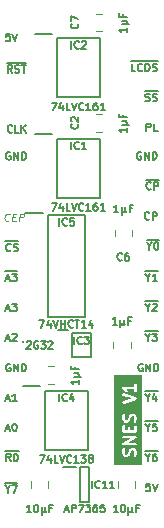
<source format=gbr>
%TF.GenerationSoftware,KiCad,Pcbnew,7.0.5*%
%TF.CreationDate,2023-12-16T20:33:15+02:00*%
%TF.ProjectId,SNES Clock,534e4553-2043-46c6-9f63-6b2e6b696361,rev?*%
%TF.SameCoordinates,Original*%
%TF.FileFunction,Legend,Top*%
%TF.FilePolarity,Positive*%
%FSLAX46Y46*%
G04 Gerber Fmt 4.6, Leading zero omitted, Abs format (unit mm)*
G04 Created by KiCad (PCBNEW 7.0.5) date 2023-12-16 20:33:15*
%MOMM*%
%LPD*%
G01*
G04 APERTURE LIST*
%ADD10C,0.100000*%
%ADD11C,0.150000*%
%ADD12C,0.200000*%
%ADD13C,0.120000*%
G04 APERTURE END LIST*
D10*
X87832616Y-86588086D02*
X87798598Y-86618325D01*
X87798598Y-86618325D02*
X87704104Y-86648563D01*
X87704104Y-86648563D02*
X87643628Y-86648563D01*
X87643628Y-86648563D02*
X87556693Y-86618325D01*
X87556693Y-86618325D02*
X87503777Y-86557848D01*
X87503777Y-86557848D02*
X87481098Y-86497372D01*
X87481098Y-86497372D02*
X87465979Y-86376420D01*
X87465979Y-86376420D02*
X87477318Y-86285705D01*
X87477318Y-86285705D02*
X87522675Y-86164753D01*
X87522675Y-86164753D02*
X87560473Y-86104277D01*
X87560473Y-86104277D02*
X87628509Y-86043801D01*
X87628509Y-86043801D02*
X87723003Y-86013563D01*
X87723003Y-86013563D02*
X87783479Y-86013563D01*
X87783479Y-86013563D02*
X87870414Y-86043801D01*
X87870414Y-86043801D02*
X87896872Y-86074039D01*
X88138777Y-86315944D02*
X88350443Y-86315944D01*
X88399580Y-86648563D02*
X88097199Y-86648563D01*
X88097199Y-86648563D02*
X88176574Y-86013563D01*
X88176574Y-86013563D02*
X88478955Y-86013563D01*
X88671723Y-86648563D02*
X88751098Y-86013563D01*
X88751098Y-86013563D02*
X88993003Y-86013563D01*
X88993003Y-86013563D02*
X89049699Y-86043801D01*
X89049699Y-86043801D02*
X89076158Y-86074039D01*
X89076158Y-86074039D02*
X89098836Y-86134515D01*
X89098836Y-86134515D02*
X89087497Y-86225229D01*
X89087497Y-86225229D02*
X89049699Y-86285705D01*
X89049699Y-86285705D02*
X89015682Y-86315944D01*
X89015682Y-86315944D02*
X88951426Y-86346182D01*
X88951426Y-86346182D02*
X88709521Y-86346182D01*
D11*
X87988731Y-106965963D02*
X87777064Y-106663582D01*
X87625874Y-106965963D02*
X87625874Y-106330963D01*
X87625874Y-106330963D02*
X87867779Y-106330963D01*
X87867779Y-106330963D02*
X87928255Y-106361201D01*
X87928255Y-106361201D02*
X87958493Y-106391439D01*
X87958493Y-106391439D02*
X87988731Y-106451915D01*
X87988731Y-106451915D02*
X87988731Y-106542629D01*
X87988731Y-106542629D02*
X87958493Y-106603105D01*
X87958493Y-106603105D02*
X87928255Y-106633344D01*
X87928255Y-106633344D02*
X87867779Y-106663582D01*
X87867779Y-106663582D02*
X87625874Y-106663582D01*
X88260874Y-106965963D02*
X88260874Y-106330963D01*
X88260874Y-106330963D02*
X88412064Y-106330963D01*
X88412064Y-106330963D02*
X88502779Y-106361201D01*
X88502779Y-106361201D02*
X88563255Y-106421677D01*
X88563255Y-106421677D02*
X88593493Y-106482153D01*
X88593493Y-106482153D02*
X88623731Y-106603105D01*
X88623731Y-106603105D02*
X88623731Y-106693820D01*
X88623731Y-106693820D02*
X88593493Y-106814772D01*
X88593493Y-106814772D02*
X88563255Y-106875248D01*
X88563255Y-106875248D02*
X88502779Y-106935725D01*
X88502779Y-106935725D02*
X88412064Y-106965963D01*
X88412064Y-106965963D02*
X88260874Y-106965963D01*
X87538184Y-106154675D02*
X88681184Y-106154675D01*
X99396744Y-76455725D02*
X99487458Y-76485963D01*
X99487458Y-76485963D02*
X99638649Y-76485963D01*
X99638649Y-76485963D02*
X99699125Y-76455725D01*
X99699125Y-76455725D02*
X99729363Y-76425486D01*
X99729363Y-76425486D02*
X99759601Y-76365010D01*
X99759601Y-76365010D02*
X99759601Y-76304534D01*
X99759601Y-76304534D02*
X99729363Y-76244058D01*
X99729363Y-76244058D02*
X99699125Y-76213820D01*
X99699125Y-76213820D02*
X99638649Y-76183582D01*
X99638649Y-76183582D02*
X99517696Y-76153344D01*
X99517696Y-76153344D02*
X99457220Y-76123105D01*
X99457220Y-76123105D02*
X99426982Y-76092867D01*
X99426982Y-76092867D02*
X99396744Y-76032391D01*
X99396744Y-76032391D02*
X99396744Y-75971915D01*
X99396744Y-75971915D02*
X99426982Y-75911439D01*
X99426982Y-75911439D02*
X99457220Y-75881201D01*
X99457220Y-75881201D02*
X99517696Y-75850963D01*
X99517696Y-75850963D02*
X99668887Y-75850963D01*
X99668887Y-75850963D02*
X99759601Y-75881201D01*
X100001506Y-76455725D02*
X100092220Y-76485963D01*
X100092220Y-76485963D02*
X100243411Y-76485963D01*
X100243411Y-76485963D02*
X100303887Y-76455725D01*
X100303887Y-76455725D02*
X100334125Y-76425486D01*
X100334125Y-76425486D02*
X100364363Y-76365010D01*
X100364363Y-76365010D02*
X100364363Y-76304534D01*
X100364363Y-76304534D02*
X100334125Y-76244058D01*
X100334125Y-76244058D02*
X100303887Y-76213820D01*
X100303887Y-76213820D02*
X100243411Y-76183582D01*
X100243411Y-76183582D02*
X100122458Y-76153344D01*
X100122458Y-76153344D02*
X100061982Y-76123105D01*
X100061982Y-76123105D02*
X100031744Y-76092867D01*
X100031744Y-76092867D02*
X100001506Y-76032391D01*
X100001506Y-76032391D02*
X100001506Y-75971915D01*
X100001506Y-75971915D02*
X100031744Y-75911439D01*
X100031744Y-75911439D02*
X100061982Y-75881201D01*
X100061982Y-75881201D02*
X100122458Y-75850963D01*
X100122458Y-75850963D02*
X100273649Y-75850963D01*
X100273649Y-75850963D02*
X100364363Y-75881201D01*
X99339292Y-75674675D02*
X100421816Y-75674675D01*
X99735410Y-88756582D02*
X99735410Y-89058963D01*
X99523744Y-88423963D02*
X99735410Y-88756582D01*
X99735410Y-88756582D02*
X99947077Y-88423963D01*
X100279696Y-88423963D02*
X100340173Y-88423963D01*
X100340173Y-88423963D02*
X100400649Y-88454201D01*
X100400649Y-88454201D02*
X100430887Y-88484439D01*
X100430887Y-88484439D02*
X100461125Y-88544915D01*
X100461125Y-88544915D02*
X100491363Y-88665867D01*
X100491363Y-88665867D02*
X100491363Y-88817058D01*
X100491363Y-88817058D02*
X100461125Y-88938010D01*
X100461125Y-88938010D02*
X100430887Y-88998486D01*
X100430887Y-88998486D02*
X100400649Y-89028725D01*
X100400649Y-89028725D02*
X100340173Y-89058963D01*
X100340173Y-89058963D02*
X100279696Y-89058963D01*
X100279696Y-89058963D02*
X100219220Y-89028725D01*
X100219220Y-89028725D02*
X100188982Y-88998486D01*
X100188982Y-88998486D02*
X100158744Y-88938010D01*
X100158744Y-88938010D02*
X100128506Y-88817058D01*
X100128506Y-88817058D02*
X100128506Y-88665867D01*
X100128506Y-88665867D02*
X100158744Y-88544915D01*
X100158744Y-88544915D02*
X100188982Y-88484439D01*
X100188982Y-88484439D02*
X100219220Y-88454201D01*
X100219220Y-88454201D02*
X100279696Y-88423963D01*
X99526768Y-88247675D02*
X100548816Y-88247675D01*
X87958493Y-80834201D02*
X87898017Y-80803963D01*
X87898017Y-80803963D02*
X87807303Y-80803963D01*
X87807303Y-80803963D02*
X87716588Y-80834201D01*
X87716588Y-80834201D02*
X87656112Y-80894677D01*
X87656112Y-80894677D02*
X87625874Y-80955153D01*
X87625874Y-80955153D02*
X87595636Y-81076105D01*
X87595636Y-81076105D02*
X87595636Y-81166820D01*
X87595636Y-81166820D02*
X87625874Y-81287772D01*
X87625874Y-81287772D02*
X87656112Y-81348248D01*
X87656112Y-81348248D02*
X87716588Y-81408725D01*
X87716588Y-81408725D02*
X87807303Y-81438963D01*
X87807303Y-81438963D02*
X87867779Y-81438963D01*
X87867779Y-81438963D02*
X87958493Y-81408725D01*
X87958493Y-81408725D02*
X87988731Y-81378486D01*
X87988731Y-81378486D02*
X87988731Y-81166820D01*
X87988731Y-81166820D02*
X87867779Y-81166820D01*
X88260874Y-81438963D02*
X88260874Y-80803963D01*
X88260874Y-80803963D02*
X88623731Y-81438963D01*
X88623731Y-81438963D02*
X88623731Y-80803963D01*
X88926112Y-81438963D02*
X88926112Y-80803963D01*
X88926112Y-80803963D02*
X89077302Y-80803963D01*
X89077302Y-80803963D02*
X89168017Y-80834201D01*
X89168017Y-80834201D02*
X89228493Y-80894677D01*
X89228493Y-80894677D02*
X89258731Y-80955153D01*
X89258731Y-80955153D02*
X89288969Y-81076105D01*
X89288969Y-81076105D02*
X89288969Y-81166820D01*
X89288969Y-81166820D02*
X89258731Y-81287772D01*
X89258731Y-81287772D02*
X89228493Y-81348248D01*
X89228493Y-81348248D02*
X89168017Y-81408725D01*
X89168017Y-81408725D02*
X89077302Y-81438963D01*
X89077302Y-81438963D02*
X88926112Y-81438963D01*
X98550077Y-73945963D02*
X98247696Y-73945963D01*
X98247696Y-73945963D02*
X98247696Y-73310963D01*
X99124601Y-73885486D02*
X99094363Y-73915725D01*
X99094363Y-73915725D02*
X99003649Y-73945963D01*
X99003649Y-73945963D02*
X98943173Y-73945963D01*
X98943173Y-73945963D02*
X98852458Y-73915725D01*
X98852458Y-73915725D02*
X98791982Y-73855248D01*
X98791982Y-73855248D02*
X98761744Y-73794772D01*
X98761744Y-73794772D02*
X98731506Y-73673820D01*
X98731506Y-73673820D02*
X98731506Y-73583105D01*
X98731506Y-73583105D02*
X98761744Y-73462153D01*
X98761744Y-73462153D02*
X98791982Y-73401677D01*
X98791982Y-73401677D02*
X98852458Y-73341201D01*
X98852458Y-73341201D02*
X98943173Y-73310963D01*
X98943173Y-73310963D02*
X99003649Y-73310963D01*
X99003649Y-73310963D02*
X99094363Y-73341201D01*
X99094363Y-73341201D02*
X99124601Y-73371439D01*
X99396744Y-73945963D02*
X99396744Y-73310963D01*
X99396744Y-73310963D02*
X99547934Y-73310963D01*
X99547934Y-73310963D02*
X99638649Y-73341201D01*
X99638649Y-73341201D02*
X99699125Y-73401677D01*
X99699125Y-73401677D02*
X99729363Y-73462153D01*
X99729363Y-73462153D02*
X99759601Y-73583105D01*
X99759601Y-73583105D02*
X99759601Y-73673820D01*
X99759601Y-73673820D02*
X99729363Y-73794772D01*
X99729363Y-73794772D02*
X99699125Y-73855248D01*
X99699125Y-73855248D02*
X99638649Y-73915725D01*
X99638649Y-73915725D02*
X99547934Y-73945963D01*
X99547934Y-73945963D02*
X99396744Y-73945963D01*
X100001506Y-73915725D02*
X100092220Y-73945963D01*
X100092220Y-73945963D02*
X100243411Y-73945963D01*
X100243411Y-73945963D02*
X100303887Y-73915725D01*
X100303887Y-73915725D02*
X100334125Y-73885486D01*
X100334125Y-73885486D02*
X100364363Y-73825010D01*
X100364363Y-73825010D02*
X100364363Y-73764534D01*
X100364363Y-73764534D02*
X100334125Y-73704058D01*
X100334125Y-73704058D02*
X100303887Y-73673820D01*
X100303887Y-73673820D02*
X100243411Y-73643582D01*
X100243411Y-73643582D02*
X100122458Y-73613344D01*
X100122458Y-73613344D02*
X100061982Y-73583105D01*
X100061982Y-73583105D02*
X100031744Y-73552867D01*
X100031744Y-73552867D02*
X100001506Y-73492391D01*
X100001506Y-73492391D02*
X100001506Y-73431915D01*
X100001506Y-73431915D02*
X100031744Y-73371439D01*
X100031744Y-73371439D02*
X100061982Y-73341201D01*
X100061982Y-73341201D02*
X100122458Y-73310963D01*
X100122458Y-73310963D02*
X100273649Y-73310963D01*
X100273649Y-73310963D02*
X100364363Y-73341201D01*
X98160006Y-73134675D02*
X100421816Y-73134675D01*
X99033887Y-80834201D02*
X98973411Y-80803963D01*
X98973411Y-80803963D02*
X98882697Y-80803963D01*
X98882697Y-80803963D02*
X98791982Y-80834201D01*
X98791982Y-80834201D02*
X98731506Y-80894677D01*
X98731506Y-80894677D02*
X98701268Y-80955153D01*
X98701268Y-80955153D02*
X98671030Y-81076105D01*
X98671030Y-81076105D02*
X98671030Y-81166820D01*
X98671030Y-81166820D02*
X98701268Y-81287772D01*
X98701268Y-81287772D02*
X98731506Y-81348248D01*
X98731506Y-81348248D02*
X98791982Y-81408725D01*
X98791982Y-81408725D02*
X98882697Y-81438963D01*
X98882697Y-81438963D02*
X98943173Y-81438963D01*
X98943173Y-81438963D02*
X99033887Y-81408725D01*
X99033887Y-81408725D02*
X99064125Y-81378486D01*
X99064125Y-81378486D02*
X99064125Y-81166820D01*
X99064125Y-81166820D02*
X98943173Y-81166820D01*
X99336268Y-81438963D02*
X99336268Y-80803963D01*
X99336268Y-80803963D02*
X99699125Y-81438963D01*
X99699125Y-81438963D02*
X99699125Y-80803963D01*
X100001506Y-81438963D02*
X100001506Y-80803963D01*
X100001506Y-80803963D02*
X100152696Y-80803963D01*
X100152696Y-80803963D02*
X100243411Y-80834201D01*
X100243411Y-80834201D02*
X100303887Y-80894677D01*
X100303887Y-80894677D02*
X100334125Y-80955153D01*
X100334125Y-80955153D02*
X100364363Y-81076105D01*
X100364363Y-81076105D02*
X100364363Y-81166820D01*
X100364363Y-81166820D02*
X100334125Y-81287772D01*
X100334125Y-81287772D02*
X100303887Y-81348248D01*
X100303887Y-81348248D02*
X100243411Y-81408725D01*
X100243411Y-81408725D02*
X100152696Y-81438963D01*
X100152696Y-81438963D02*
X100001506Y-81438963D01*
X99856363Y-83918486D02*
X99826125Y-83948725D01*
X99826125Y-83948725D02*
X99735411Y-83978963D01*
X99735411Y-83978963D02*
X99674935Y-83978963D01*
X99674935Y-83978963D02*
X99584220Y-83948725D01*
X99584220Y-83948725D02*
X99523744Y-83888248D01*
X99523744Y-83888248D02*
X99493506Y-83827772D01*
X99493506Y-83827772D02*
X99463268Y-83706820D01*
X99463268Y-83706820D02*
X99463268Y-83616105D01*
X99463268Y-83616105D02*
X99493506Y-83495153D01*
X99493506Y-83495153D02*
X99523744Y-83434677D01*
X99523744Y-83434677D02*
X99584220Y-83374201D01*
X99584220Y-83374201D02*
X99674935Y-83343963D01*
X99674935Y-83343963D02*
X99735411Y-83343963D01*
X99735411Y-83343963D02*
X99826125Y-83374201D01*
X99826125Y-83374201D02*
X99856363Y-83404439D01*
X100128506Y-83978963D02*
X100128506Y-83343963D01*
X100128506Y-83343963D02*
X100370411Y-83343963D01*
X100370411Y-83343963D02*
X100430887Y-83374201D01*
X100430887Y-83374201D02*
X100461125Y-83404439D01*
X100461125Y-83404439D02*
X100491363Y-83464915D01*
X100491363Y-83464915D02*
X100491363Y-83555629D01*
X100491363Y-83555629D02*
X100461125Y-83616105D01*
X100461125Y-83616105D02*
X100430887Y-83646344D01*
X100430887Y-83646344D02*
X100370411Y-83676582D01*
X100370411Y-83676582D02*
X100128506Y-83676582D01*
X99405816Y-83167675D02*
X100548816Y-83167675D01*
X99608410Y-93963582D02*
X99608410Y-94265963D01*
X99396744Y-93630963D02*
X99608410Y-93963582D01*
X99608410Y-93963582D02*
X99820077Y-93630963D01*
X100001506Y-93691439D02*
X100031744Y-93661201D01*
X100031744Y-93661201D02*
X100092220Y-93630963D01*
X100092220Y-93630963D02*
X100243411Y-93630963D01*
X100243411Y-93630963D02*
X100303887Y-93661201D01*
X100303887Y-93661201D02*
X100334125Y-93691439D01*
X100334125Y-93691439D02*
X100364363Y-93751915D01*
X100364363Y-93751915D02*
X100364363Y-93812391D01*
X100364363Y-93812391D02*
X100334125Y-93903105D01*
X100334125Y-93903105D02*
X99971268Y-94265963D01*
X99971268Y-94265963D02*
X100364363Y-94265963D01*
X99399768Y-93454675D02*
X100421816Y-93454675D01*
X99487458Y-79025963D02*
X99487458Y-78390963D01*
X99487458Y-78390963D02*
X99729363Y-78390963D01*
X99729363Y-78390963D02*
X99789839Y-78421201D01*
X99789839Y-78421201D02*
X99820077Y-78451439D01*
X99820077Y-78451439D02*
X99850315Y-78511915D01*
X99850315Y-78511915D02*
X99850315Y-78602629D01*
X99850315Y-78602629D02*
X99820077Y-78663105D01*
X99820077Y-78663105D02*
X99789839Y-78693344D01*
X99789839Y-78693344D02*
X99729363Y-78723582D01*
X99729363Y-78723582D02*
X99487458Y-78723582D01*
X100424839Y-79025963D02*
X100122458Y-79025963D01*
X100122458Y-79025963D02*
X100122458Y-78390963D01*
X87595636Y-94084534D02*
X87898017Y-94084534D01*
X87535160Y-94265963D02*
X87746826Y-93630963D01*
X87746826Y-93630963D02*
X87958493Y-94265963D01*
X88109684Y-93630963D02*
X88502779Y-93630963D01*
X88502779Y-93630963D02*
X88291112Y-93872867D01*
X88291112Y-93872867D02*
X88381827Y-93872867D01*
X88381827Y-93872867D02*
X88442303Y-93903105D01*
X88442303Y-93903105D02*
X88472541Y-93933344D01*
X88472541Y-93933344D02*
X88502779Y-93993820D01*
X88502779Y-93993820D02*
X88502779Y-94145010D01*
X88502779Y-94145010D02*
X88472541Y-94205486D01*
X88472541Y-94205486D02*
X88442303Y-94235725D01*
X88442303Y-94235725D02*
X88381827Y-94265963D01*
X88381827Y-94265963D02*
X88200398Y-94265963D01*
X88200398Y-94265963D02*
X88139922Y-94235725D01*
X88139922Y-94235725D02*
X88109684Y-94205486D01*
X99608410Y-104123582D02*
X99608410Y-104425963D01*
X99396744Y-103790963D02*
X99608410Y-104123582D01*
X99608410Y-104123582D02*
X99820077Y-103790963D01*
X100334125Y-103790963D02*
X100031744Y-103790963D01*
X100031744Y-103790963D02*
X100001506Y-104093344D01*
X100001506Y-104093344D02*
X100031744Y-104063105D01*
X100031744Y-104063105D02*
X100092220Y-104032867D01*
X100092220Y-104032867D02*
X100243411Y-104032867D01*
X100243411Y-104032867D02*
X100303887Y-104063105D01*
X100303887Y-104063105D02*
X100334125Y-104093344D01*
X100334125Y-104093344D02*
X100364363Y-104153820D01*
X100364363Y-104153820D02*
X100364363Y-104305010D01*
X100364363Y-104305010D02*
X100334125Y-104365486D01*
X100334125Y-104365486D02*
X100303887Y-104395725D01*
X100303887Y-104395725D02*
X100243411Y-104425963D01*
X100243411Y-104425963D02*
X100092220Y-104425963D01*
X100092220Y-104425963D02*
X100031744Y-104395725D01*
X100031744Y-104395725D02*
X100001506Y-104365486D01*
X99399768Y-103614675D02*
X100421816Y-103614675D01*
X99160887Y-98741201D02*
X99100411Y-98710963D01*
X99100411Y-98710963D02*
X99009697Y-98710963D01*
X99009697Y-98710963D02*
X98918982Y-98741201D01*
X98918982Y-98741201D02*
X98858506Y-98801677D01*
X98858506Y-98801677D02*
X98828268Y-98862153D01*
X98828268Y-98862153D02*
X98798030Y-98983105D01*
X98798030Y-98983105D02*
X98798030Y-99073820D01*
X98798030Y-99073820D02*
X98828268Y-99194772D01*
X98828268Y-99194772D02*
X98858506Y-99255248D01*
X98858506Y-99255248D02*
X98918982Y-99315725D01*
X98918982Y-99315725D02*
X99009697Y-99345963D01*
X99009697Y-99345963D02*
X99070173Y-99345963D01*
X99070173Y-99345963D02*
X99160887Y-99315725D01*
X99160887Y-99315725D02*
X99191125Y-99285486D01*
X99191125Y-99285486D02*
X99191125Y-99073820D01*
X99191125Y-99073820D02*
X99070173Y-99073820D01*
X99463268Y-99345963D02*
X99463268Y-98710963D01*
X99463268Y-98710963D02*
X99826125Y-99345963D01*
X99826125Y-99345963D02*
X99826125Y-98710963D01*
X100128506Y-99345963D02*
X100128506Y-98710963D01*
X100128506Y-98710963D02*
X100279696Y-98710963D01*
X100279696Y-98710963D02*
X100370411Y-98741201D01*
X100370411Y-98741201D02*
X100430887Y-98801677D01*
X100430887Y-98801677D02*
X100461125Y-98862153D01*
X100461125Y-98862153D02*
X100491363Y-98983105D01*
X100491363Y-98983105D02*
X100491363Y-99073820D01*
X100491363Y-99073820D02*
X100461125Y-99194772D01*
X100461125Y-99194772D02*
X100430887Y-99255248D01*
X100430887Y-99255248D02*
X100370411Y-99315725D01*
X100370411Y-99315725D02*
X100279696Y-99345963D01*
X100279696Y-99345963D02*
X100128506Y-99345963D01*
X87988731Y-89125486D02*
X87958493Y-89155725D01*
X87958493Y-89155725D02*
X87867779Y-89185963D01*
X87867779Y-89185963D02*
X87807303Y-89185963D01*
X87807303Y-89185963D02*
X87716588Y-89155725D01*
X87716588Y-89155725D02*
X87656112Y-89095248D01*
X87656112Y-89095248D02*
X87625874Y-89034772D01*
X87625874Y-89034772D02*
X87595636Y-88913820D01*
X87595636Y-88913820D02*
X87595636Y-88823105D01*
X87595636Y-88823105D02*
X87625874Y-88702153D01*
X87625874Y-88702153D02*
X87656112Y-88641677D01*
X87656112Y-88641677D02*
X87716588Y-88581201D01*
X87716588Y-88581201D02*
X87807303Y-88550963D01*
X87807303Y-88550963D02*
X87867779Y-88550963D01*
X87867779Y-88550963D02*
X87958493Y-88581201D01*
X87958493Y-88581201D02*
X87988731Y-88611439D01*
X88230636Y-89155725D02*
X88321350Y-89185963D01*
X88321350Y-89185963D02*
X88472541Y-89185963D01*
X88472541Y-89185963D02*
X88533017Y-89155725D01*
X88533017Y-89155725D02*
X88563255Y-89125486D01*
X88563255Y-89125486D02*
X88593493Y-89065010D01*
X88593493Y-89065010D02*
X88593493Y-89004534D01*
X88593493Y-89004534D02*
X88563255Y-88944058D01*
X88563255Y-88944058D02*
X88533017Y-88913820D01*
X88533017Y-88913820D02*
X88472541Y-88883582D01*
X88472541Y-88883582D02*
X88351588Y-88853344D01*
X88351588Y-88853344D02*
X88291112Y-88823105D01*
X88291112Y-88823105D02*
X88260874Y-88792867D01*
X88260874Y-88792867D02*
X88230636Y-88732391D01*
X88230636Y-88732391D02*
X88230636Y-88671915D01*
X88230636Y-88671915D02*
X88260874Y-88611439D01*
X88260874Y-88611439D02*
X88291112Y-88581201D01*
X88291112Y-88581201D02*
X88351588Y-88550963D01*
X88351588Y-88550963D02*
X88502779Y-88550963D01*
X88502779Y-88550963D02*
X88593493Y-88581201D01*
X87538184Y-88374675D02*
X88650946Y-88374675D01*
X99608410Y-91423582D02*
X99608410Y-91725963D01*
X99396744Y-91090963D02*
X99608410Y-91423582D01*
X99608410Y-91423582D02*
X99820077Y-91090963D01*
X100364363Y-91725963D02*
X100001506Y-91725963D01*
X100182934Y-91725963D02*
X100182934Y-91090963D01*
X100182934Y-91090963D02*
X100122458Y-91181677D01*
X100122458Y-91181677D02*
X100061982Y-91242153D01*
X100061982Y-91242153D02*
X100001506Y-91272391D01*
X99399768Y-90914675D02*
X100421816Y-90914675D01*
X87928255Y-70770963D02*
X87625874Y-70770963D01*
X87625874Y-70770963D02*
X87595636Y-71073344D01*
X87595636Y-71073344D02*
X87625874Y-71043105D01*
X87625874Y-71043105D02*
X87686350Y-71012867D01*
X87686350Y-71012867D02*
X87837541Y-71012867D01*
X87837541Y-71012867D02*
X87898017Y-71043105D01*
X87898017Y-71043105D02*
X87928255Y-71073344D01*
X87928255Y-71073344D02*
X87958493Y-71133820D01*
X87958493Y-71133820D02*
X87958493Y-71285010D01*
X87958493Y-71285010D02*
X87928255Y-71345486D01*
X87928255Y-71345486D02*
X87898017Y-71375725D01*
X87898017Y-71375725D02*
X87837541Y-71405963D01*
X87837541Y-71405963D02*
X87686350Y-71405963D01*
X87686350Y-71405963D02*
X87625874Y-71375725D01*
X87625874Y-71375725D02*
X87595636Y-71345486D01*
X88139922Y-70770963D02*
X88351588Y-71405963D01*
X88351588Y-71405963D02*
X88563255Y-70770963D01*
X88115731Y-79092486D02*
X88085493Y-79122725D01*
X88085493Y-79122725D02*
X87994779Y-79152963D01*
X87994779Y-79152963D02*
X87934303Y-79152963D01*
X87934303Y-79152963D02*
X87843588Y-79122725D01*
X87843588Y-79122725D02*
X87783112Y-79062248D01*
X87783112Y-79062248D02*
X87752874Y-79001772D01*
X87752874Y-79001772D02*
X87722636Y-78880820D01*
X87722636Y-78880820D02*
X87722636Y-78790105D01*
X87722636Y-78790105D02*
X87752874Y-78669153D01*
X87752874Y-78669153D02*
X87783112Y-78608677D01*
X87783112Y-78608677D02*
X87843588Y-78548201D01*
X87843588Y-78548201D02*
X87934303Y-78517963D01*
X87934303Y-78517963D02*
X87994779Y-78517963D01*
X87994779Y-78517963D02*
X88085493Y-78548201D01*
X88085493Y-78548201D02*
X88115731Y-78578439D01*
X88690255Y-79152963D02*
X88387874Y-79152963D01*
X88387874Y-79152963D02*
X88387874Y-78517963D01*
X88901922Y-79152963D02*
X88901922Y-78517963D01*
X89264779Y-79152963D02*
X88992636Y-78790105D01*
X89264779Y-78517963D02*
X88901922Y-78880820D01*
D12*
G36*
X99121857Y-107312143D02*
G01*
X96736143Y-107312143D01*
X96736143Y-106356791D01*
X97443645Y-106356791D01*
X97452783Y-106375067D01*
X97458542Y-106394680D01*
X97465683Y-106400868D01*
X97498787Y-106467076D01*
X97502365Y-106483519D01*
X97521844Y-106502998D01*
X97540616Y-106523179D01*
X97542509Y-106523663D01*
X97561880Y-106543034D01*
X97570473Y-106557501D01*
X97595109Y-106569819D01*
X97619303Y-106583030D01*
X97621251Y-106582890D01*
X97687156Y-106615843D01*
X97707332Y-106628809D01*
X97727767Y-106628809D01*
X97747883Y-106632429D01*
X97756611Y-106628809D01*
X97826548Y-106628809D01*
X97850391Y-106631383D01*
X97868667Y-106622244D01*
X97888280Y-106616486D01*
X97894468Y-106609344D01*
X97960676Y-106576240D01*
X97977119Y-106572663D01*
X97996598Y-106553183D01*
X98016779Y-106534412D01*
X98017263Y-106532518D01*
X98036634Y-106513147D01*
X98051101Y-106504555D01*
X98063419Y-106479918D01*
X98076630Y-106455725D01*
X98076490Y-106453776D01*
X98103885Y-106398986D01*
X98112302Y-106391073D01*
X98116761Y-106373234D01*
X98118282Y-106370194D01*
X98120235Y-106359339D01*
X98164380Y-106182757D01*
X98199832Y-106111854D01*
X98224502Y-106087184D01*
X98284110Y-106057381D01*
X98332136Y-106057381D01*
X98391744Y-106087185D01*
X98416415Y-106111856D01*
X98446219Y-106171463D01*
X98446219Y-106369725D01*
X98399185Y-106510827D01*
X98397604Y-106554539D01*
X98427547Y-106605057D01*
X98480048Y-106631366D01*
X98538441Y-106625116D01*
X98584183Y-106588288D01*
X98637121Y-106429470D01*
X98646219Y-106415315D01*
X98646219Y-106387760D01*
X98647215Y-106360223D01*
X98646219Y-106358542D01*
X98646219Y-106153241D01*
X98648793Y-106129398D01*
X98639654Y-106111120D01*
X98633896Y-106091510D01*
X98626754Y-106085322D01*
X98593650Y-106019113D01*
X98590073Y-106002670D01*
X98570592Y-105983189D01*
X98551822Y-105963010D01*
X98549927Y-105962525D01*
X98530555Y-105943153D01*
X98521964Y-105928689D01*
X98497339Y-105916376D01*
X98473133Y-105903159D01*
X98471183Y-105903298D01*
X98405283Y-105870348D01*
X98385105Y-105857381D01*
X98364669Y-105857381D01*
X98344554Y-105853761D01*
X98335826Y-105857381D01*
X98265888Y-105857381D01*
X98242045Y-105854807D01*
X98223767Y-105863945D01*
X98204157Y-105869704D01*
X98197969Y-105876845D01*
X98131758Y-105909950D01*
X98115318Y-105913527D01*
X98095843Y-105933001D01*
X98075657Y-105951778D01*
X98075172Y-105953672D01*
X98055802Y-105973042D01*
X98041336Y-105981635D01*
X98029018Y-106006269D01*
X98015807Y-106030465D01*
X98015946Y-106032414D01*
X97988552Y-106087202D01*
X97980135Y-106095117D01*
X97975675Y-106112957D01*
X97974155Y-106115997D01*
X97972202Y-106126848D01*
X97928056Y-106303432D01*
X97892605Y-106374335D01*
X97867935Y-106399004D01*
X97808327Y-106428809D01*
X97760301Y-106428809D01*
X97700693Y-106399005D01*
X97676023Y-106374335D01*
X97646219Y-106314726D01*
X97646219Y-106116465D01*
X97693253Y-105975363D01*
X97694834Y-105931652D01*
X97664891Y-105881134D01*
X97612389Y-105854824D01*
X97553997Y-105861075D01*
X97508255Y-105897903D01*
X97455316Y-106056719D01*
X97446219Y-106070875D01*
X97446219Y-106098430D01*
X97445223Y-106125968D01*
X97446219Y-106127648D01*
X97446219Y-106332947D01*
X97443645Y-106356791D01*
X96736143Y-106356791D01*
X96736143Y-105538254D01*
X97442426Y-105538254D01*
X97443457Y-105540863D01*
X97443058Y-105543641D01*
X97454175Y-105567984D01*
X97464009Y-105592869D01*
X97466286Y-105594506D01*
X97467453Y-105597060D01*
X97489968Y-105611529D01*
X97511693Y-105627146D01*
X97514495Y-105627291D01*
X97516856Y-105628809D01*
X97543617Y-105628809D01*
X97570339Y-105630201D01*
X97572775Y-105628809D01*
X98560598Y-105628809D01*
X98602566Y-105616486D01*
X98641023Y-105572104D01*
X98649380Y-105513977D01*
X98624985Y-105460558D01*
X98575582Y-105428809D01*
X97922775Y-105428809D01*
X98585644Y-105050026D01*
X98602566Y-105045058D01*
X98620093Y-105024829D01*
X98638642Y-105005550D01*
X98639185Y-105002796D01*
X98641023Y-105000676D01*
X98644831Y-104974188D01*
X98650012Y-104947936D01*
X98648980Y-104945326D01*
X98649380Y-104942549D01*
X98638262Y-104918205D01*
X98628429Y-104893321D01*
X98626151Y-104891683D01*
X98624985Y-104889130D01*
X98602469Y-104874660D01*
X98580745Y-104859044D01*
X98577942Y-104858897D01*
X98575582Y-104857381D01*
X98548832Y-104857381D01*
X98522100Y-104855988D01*
X98519662Y-104857381D01*
X97531840Y-104857381D01*
X97489872Y-104869704D01*
X97451415Y-104914086D01*
X97443058Y-104972213D01*
X97467453Y-105025632D01*
X97516856Y-105057381D01*
X98169662Y-105057381D01*
X97506793Y-105436163D01*
X97489872Y-105441132D01*
X97472344Y-105461360D01*
X97453796Y-105480640D01*
X97453252Y-105483393D01*
X97451415Y-105485514D01*
X97447606Y-105512001D01*
X97442426Y-105538254D01*
X96736143Y-105538254D01*
X96736143Y-104496022D01*
X97443058Y-104496022D01*
X97452284Y-104516225D01*
X97458542Y-104537537D01*
X97464292Y-104542519D01*
X97467453Y-104549441D01*
X97486138Y-104561449D01*
X97502924Y-104575994D01*
X97510455Y-104577076D01*
X97516856Y-104581190D01*
X97539065Y-104581190D01*
X97561051Y-104584351D01*
X97567973Y-104581190D01*
X98015255Y-104581190D01*
X98037241Y-104584351D01*
X98044163Y-104581190D01*
X98539065Y-104581190D01*
X98561051Y-104584351D01*
X98581254Y-104575124D01*
X98602566Y-104568867D01*
X98607548Y-104563116D01*
X98614470Y-104559956D01*
X98626478Y-104541270D01*
X98641023Y-104524485D01*
X98642105Y-104516953D01*
X98646219Y-104510553D01*
X98646219Y-104488344D01*
X98649380Y-104466358D01*
X98646219Y-104459436D01*
X98646219Y-103990621D01*
X98633896Y-103948653D01*
X98589514Y-103910196D01*
X98531387Y-103901839D01*
X98477968Y-103926234D01*
X98446219Y-103975637D01*
X98446219Y-104381190D01*
X98122409Y-104381190D01*
X98122409Y-104133478D01*
X98110086Y-104091510D01*
X98065704Y-104053053D01*
X98007577Y-104044696D01*
X97954158Y-104069091D01*
X97922409Y-104118494D01*
X97922409Y-104381190D01*
X97646219Y-104381190D01*
X97646219Y-103990621D01*
X97633896Y-103948653D01*
X97589514Y-103910196D01*
X97531387Y-103901839D01*
X97477968Y-103926234D01*
X97446219Y-103975637D01*
X97446219Y-104474035D01*
X97443058Y-104496022D01*
X96736143Y-104496022D01*
X96736143Y-103452029D01*
X97443645Y-103452029D01*
X97452783Y-103470305D01*
X97458542Y-103489918D01*
X97465683Y-103496106D01*
X97498787Y-103562314D01*
X97502365Y-103578757D01*
X97521844Y-103598236D01*
X97540616Y-103618417D01*
X97542509Y-103618901D01*
X97561880Y-103638272D01*
X97570473Y-103652739D01*
X97595109Y-103665057D01*
X97619303Y-103678268D01*
X97621251Y-103678128D01*
X97687156Y-103711081D01*
X97707332Y-103724047D01*
X97727767Y-103724047D01*
X97747883Y-103727667D01*
X97756611Y-103724047D01*
X97826548Y-103724047D01*
X97850391Y-103726621D01*
X97868667Y-103717482D01*
X97888280Y-103711724D01*
X97894468Y-103704582D01*
X97960676Y-103671478D01*
X97977119Y-103667901D01*
X97996598Y-103648421D01*
X98016779Y-103629650D01*
X98017263Y-103627756D01*
X98036634Y-103608385D01*
X98051101Y-103599793D01*
X98063419Y-103575156D01*
X98076630Y-103550963D01*
X98076490Y-103549014D01*
X98103885Y-103494224D01*
X98112302Y-103486311D01*
X98116761Y-103468472D01*
X98118282Y-103465432D01*
X98120235Y-103454577D01*
X98164380Y-103277995D01*
X98199832Y-103207092D01*
X98224501Y-103182423D01*
X98284110Y-103152619D01*
X98332136Y-103152619D01*
X98391744Y-103182423D01*
X98416415Y-103207094D01*
X98446219Y-103266701D01*
X98446219Y-103464963D01*
X98399185Y-103606065D01*
X98397604Y-103649777D01*
X98427547Y-103700295D01*
X98480048Y-103726604D01*
X98538441Y-103720354D01*
X98584183Y-103683526D01*
X98637121Y-103524708D01*
X98646219Y-103510553D01*
X98646219Y-103482998D01*
X98647215Y-103455461D01*
X98646219Y-103453780D01*
X98646219Y-103248479D01*
X98648793Y-103224636D01*
X98639654Y-103206358D01*
X98633896Y-103186748D01*
X98626754Y-103180560D01*
X98593650Y-103114351D01*
X98590073Y-103097908D01*
X98570592Y-103078427D01*
X98551822Y-103058248D01*
X98549927Y-103057763D01*
X98530555Y-103038391D01*
X98521964Y-103023927D01*
X98497339Y-103011614D01*
X98473133Y-102998397D01*
X98471183Y-102998536D01*
X98405283Y-102965586D01*
X98385105Y-102952619D01*
X98364669Y-102952619D01*
X98344554Y-102948999D01*
X98335826Y-102952619D01*
X98265888Y-102952619D01*
X98242045Y-102950045D01*
X98223767Y-102959183D01*
X98204157Y-102964942D01*
X98197969Y-102972083D01*
X98131758Y-103005188D01*
X98115318Y-103008765D01*
X98095843Y-103028239D01*
X98075657Y-103047016D01*
X98075172Y-103048910D01*
X98055802Y-103068280D01*
X98041336Y-103076873D01*
X98029018Y-103101507D01*
X98015807Y-103125703D01*
X98015946Y-103127652D01*
X97988552Y-103182440D01*
X97980135Y-103190355D01*
X97975675Y-103208194D01*
X97974155Y-103211235D01*
X97972202Y-103222086D01*
X97928055Y-103398671D01*
X97892604Y-103469573D01*
X97867935Y-103494242D01*
X97808327Y-103524047D01*
X97760301Y-103524047D01*
X97700692Y-103494242D01*
X97676023Y-103469573D01*
X97646219Y-103409964D01*
X97646219Y-103211703D01*
X97693253Y-103070601D01*
X97694834Y-103026890D01*
X97664891Y-102976372D01*
X97612389Y-102950062D01*
X97553997Y-102956313D01*
X97508255Y-102993141D01*
X97455316Y-103151957D01*
X97446219Y-103166113D01*
X97446219Y-103193668D01*
X97445223Y-103221206D01*
X97446219Y-103222886D01*
X97446219Y-103428185D01*
X97443645Y-103452029D01*
X96736143Y-103452029D01*
X96736143Y-101993905D01*
X97442589Y-101993905D01*
X97453042Y-102051692D01*
X97493078Y-102094656D01*
X97549986Y-102109153D01*
X98560679Y-101772254D01*
X98571948Y-101772662D01*
X98587999Y-101763147D01*
X98591482Y-101761987D01*
X98600314Y-101755848D01*
X98622466Y-101742719D01*
X98624207Y-101739243D01*
X98627400Y-101737025D01*
X98637244Y-101713228D01*
X98648776Y-101690217D01*
X98648362Y-101686353D01*
X98649849Y-101682760D01*
X98645265Y-101657422D01*
X98642525Y-101631825D01*
X98640086Y-101628796D01*
X98639395Y-101624973D01*
X98621848Y-101606143D01*
X98605698Y-101586083D01*
X98602009Y-101584853D01*
X98599360Y-101582010D01*
X98574409Y-101575653D01*
X97564201Y-101238918D01*
X97520489Y-101237337D01*
X97469971Y-101267280D01*
X97443662Y-101319782D01*
X97449912Y-101378174D01*
X97486740Y-101423916D01*
X98229990Y-101671665D01*
X97500955Y-101914678D01*
X97465038Y-101939640D01*
X97442589Y-101993905D01*
X96736143Y-101993905D01*
X96736143Y-100780001D01*
X97442823Y-100780001D01*
X97443187Y-100780835D01*
X97443058Y-100781736D01*
X97454900Y-100807668D01*
X97466317Y-100833821D01*
X97467074Y-100834325D01*
X97467453Y-100835155D01*
X97491467Y-100850587D01*
X97625368Y-100939855D01*
X97702129Y-101016615D01*
X97748921Y-101110200D01*
X97778711Y-101142226D01*
X97835606Y-101156775D01*
X97891334Y-101138255D01*
X97928204Y-101092545D01*
X97934507Y-101034159D01*
X97879365Y-100923876D01*
X97875788Y-100907432D01*
X97856301Y-100887945D01*
X97837536Y-100867771D01*
X97835642Y-100867286D01*
X97835260Y-100866904D01*
X98446219Y-100866904D01*
X98446219Y-101066997D01*
X98458542Y-101108965D01*
X98502924Y-101147422D01*
X98561051Y-101155779D01*
X98614470Y-101131384D01*
X98646219Y-101081981D01*
X98646219Y-100774058D01*
X98649380Y-100752072D01*
X98646219Y-100745150D01*
X98646219Y-100466811D01*
X98633896Y-100424843D01*
X98589514Y-100386386D01*
X98531387Y-100378029D01*
X98477968Y-100402424D01*
X98446219Y-100451827D01*
X98446219Y-100666904D01*
X97561456Y-100666904D01*
X97547970Y-100662697D01*
X97532698Y-100666904D01*
X97531840Y-100666904D01*
X97518833Y-100670723D01*
X97491353Y-100678293D01*
X97490745Y-100678970D01*
X97489872Y-100679227D01*
X97471175Y-100700803D01*
X97452157Y-100722022D01*
X97452012Y-100722919D01*
X97451415Y-100723609D01*
X97447352Y-100751865D01*
X97442823Y-100780001D01*
X96736143Y-100780001D01*
X96736143Y-99697857D01*
X99121857Y-99697857D01*
X99121857Y-107312143D01*
G37*
D11*
X99608410Y-106663582D02*
X99608410Y-106965963D01*
X99396744Y-106330963D02*
X99608410Y-106663582D01*
X99608410Y-106663582D02*
X99820077Y-106330963D01*
X100303887Y-106330963D02*
X100182934Y-106330963D01*
X100182934Y-106330963D02*
X100122458Y-106361201D01*
X100122458Y-106361201D02*
X100092220Y-106391439D01*
X100092220Y-106391439D02*
X100031744Y-106482153D01*
X100031744Y-106482153D02*
X100001506Y-106603105D01*
X100001506Y-106603105D02*
X100001506Y-106845010D01*
X100001506Y-106845010D02*
X100031744Y-106905486D01*
X100031744Y-106905486D02*
X100061982Y-106935725D01*
X100061982Y-106935725D02*
X100122458Y-106965963D01*
X100122458Y-106965963D02*
X100243411Y-106965963D01*
X100243411Y-106965963D02*
X100303887Y-106935725D01*
X100303887Y-106935725D02*
X100334125Y-106905486D01*
X100334125Y-106905486D02*
X100364363Y-106845010D01*
X100364363Y-106845010D02*
X100364363Y-106693820D01*
X100364363Y-106693820D02*
X100334125Y-106633344D01*
X100334125Y-106633344D02*
X100303887Y-106603105D01*
X100303887Y-106603105D02*
X100243411Y-106572867D01*
X100243411Y-106572867D02*
X100122458Y-106572867D01*
X100122458Y-106572867D02*
X100061982Y-106603105D01*
X100061982Y-106603105D02*
X100031744Y-106633344D01*
X100031744Y-106633344D02*
X100001506Y-106693820D01*
X99399768Y-106154675D02*
X100421816Y-106154675D01*
X87595636Y-101704534D02*
X87898017Y-101704534D01*
X87535160Y-101885963D02*
X87746826Y-101250963D01*
X87746826Y-101250963D02*
X87958493Y-101885963D01*
X88502779Y-101885963D02*
X88139922Y-101885963D01*
X88321350Y-101885963D02*
X88321350Y-101250963D01*
X88321350Y-101250963D02*
X88260874Y-101341677D01*
X88260874Y-101341677D02*
X88200398Y-101402153D01*
X88200398Y-101402153D02*
X88139922Y-101432391D01*
X87595636Y-91544534D02*
X87898017Y-91544534D01*
X87535160Y-91725963D02*
X87746826Y-91090963D01*
X87746826Y-91090963D02*
X87958493Y-91725963D01*
X88109684Y-91090963D02*
X88502779Y-91090963D01*
X88502779Y-91090963D02*
X88291112Y-91332867D01*
X88291112Y-91332867D02*
X88381827Y-91332867D01*
X88381827Y-91332867D02*
X88442303Y-91363105D01*
X88442303Y-91363105D02*
X88472541Y-91393344D01*
X88472541Y-91393344D02*
X88502779Y-91453820D01*
X88502779Y-91453820D02*
X88502779Y-91605010D01*
X88502779Y-91605010D02*
X88472541Y-91665486D01*
X88472541Y-91665486D02*
X88442303Y-91695725D01*
X88442303Y-91695725D02*
X88381827Y-91725963D01*
X88381827Y-91725963D02*
X88200398Y-91725963D01*
X88200398Y-91725963D02*
X88139922Y-91695725D01*
X88139922Y-91695725D02*
X88109684Y-91665486D01*
X87538184Y-90914675D02*
X88560232Y-90914675D01*
X87595636Y-96624534D02*
X87898017Y-96624534D01*
X87535160Y-96805963D02*
X87746826Y-96170963D01*
X87746826Y-96170963D02*
X87958493Y-96805963D01*
X88139922Y-96231439D02*
X88170160Y-96201201D01*
X88170160Y-96201201D02*
X88230636Y-96170963D01*
X88230636Y-96170963D02*
X88381827Y-96170963D01*
X88381827Y-96170963D02*
X88442303Y-96201201D01*
X88442303Y-96201201D02*
X88472541Y-96231439D01*
X88472541Y-96231439D02*
X88502779Y-96291915D01*
X88502779Y-96291915D02*
X88502779Y-96352391D01*
X88502779Y-96352391D02*
X88472541Y-96443105D01*
X88472541Y-96443105D02*
X88109684Y-96805963D01*
X88109684Y-96805963D02*
X88502779Y-96805963D01*
X99608410Y-101583582D02*
X99608410Y-101885963D01*
X99396744Y-101250963D02*
X99608410Y-101583582D01*
X99608410Y-101583582D02*
X99820077Y-101250963D01*
X100303887Y-101462629D02*
X100303887Y-101885963D01*
X100152696Y-101220725D02*
X100001506Y-101674296D01*
X100001506Y-101674296D02*
X100394601Y-101674296D01*
X99399768Y-101074675D02*
X100421816Y-101074675D01*
X99729363Y-86458486D02*
X99699125Y-86488725D01*
X99699125Y-86488725D02*
X99608411Y-86518963D01*
X99608411Y-86518963D02*
X99547935Y-86518963D01*
X99547935Y-86518963D02*
X99457220Y-86488725D01*
X99457220Y-86488725D02*
X99396744Y-86428248D01*
X99396744Y-86428248D02*
X99366506Y-86367772D01*
X99366506Y-86367772D02*
X99336268Y-86246820D01*
X99336268Y-86246820D02*
X99336268Y-86156105D01*
X99336268Y-86156105D02*
X99366506Y-86035153D01*
X99366506Y-86035153D02*
X99396744Y-85974677D01*
X99396744Y-85974677D02*
X99457220Y-85914201D01*
X99457220Y-85914201D02*
X99547935Y-85883963D01*
X99547935Y-85883963D02*
X99608411Y-85883963D01*
X99608411Y-85883963D02*
X99699125Y-85914201D01*
X99699125Y-85914201D02*
X99729363Y-85944439D01*
X100001506Y-86518963D02*
X100001506Y-85883963D01*
X100001506Y-85883963D02*
X100243411Y-85883963D01*
X100243411Y-85883963D02*
X100303887Y-85914201D01*
X100303887Y-85914201D02*
X100334125Y-85944439D01*
X100334125Y-85944439D02*
X100364363Y-86004915D01*
X100364363Y-86004915D02*
X100364363Y-86095629D01*
X100364363Y-86095629D02*
X100334125Y-86156105D01*
X100334125Y-86156105D02*
X100303887Y-86186344D01*
X100303887Y-86186344D02*
X100243411Y-86216582D01*
X100243411Y-86216582D02*
X100001506Y-86216582D01*
X87595636Y-104244534D02*
X87898017Y-104244534D01*
X87535160Y-104425963D02*
X87746826Y-103790963D01*
X87746826Y-103790963D02*
X87958493Y-104425963D01*
X88291112Y-103790963D02*
X88351589Y-103790963D01*
X88351589Y-103790963D02*
X88412065Y-103821201D01*
X88412065Y-103821201D02*
X88442303Y-103851439D01*
X88442303Y-103851439D02*
X88472541Y-103911915D01*
X88472541Y-103911915D02*
X88502779Y-104032867D01*
X88502779Y-104032867D02*
X88502779Y-104184058D01*
X88502779Y-104184058D02*
X88472541Y-104305010D01*
X88472541Y-104305010D02*
X88442303Y-104365486D01*
X88442303Y-104365486D02*
X88412065Y-104395725D01*
X88412065Y-104395725D02*
X88351589Y-104425963D01*
X88351589Y-104425963D02*
X88291112Y-104425963D01*
X88291112Y-104425963D02*
X88230636Y-104395725D01*
X88230636Y-104395725D02*
X88200398Y-104365486D01*
X88200398Y-104365486D02*
X88170160Y-104305010D01*
X88170160Y-104305010D02*
X88139922Y-104184058D01*
X88139922Y-104184058D02*
X88139922Y-104032867D01*
X88139922Y-104032867D02*
X88170160Y-103911915D01*
X88170160Y-103911915D02*
X88200398Y-103851439D01*
X88200398Y-103851439D02*
X88230636Y-103821201D01*
X88230636Y-103821201D02*
X88291112Y-103790963D01*
X88115731Y-74072963D02*
X87904064Y-73770582D01*
X87752874Y-74072963D02*
X87752874Y-73437963D01*
X87752874Y-73437963D02*
X87994779Y-73437963D01*
X87994779Y-73437963D02*
X88055255Y-73468201D01*
X88055255Y-73468201D02*
X88085493Y-73498439D01*
X88085493Y-73498439D02*
X88115731Y-73558915D01*
X88115731Y-73558915D02*
X88115731Y-73649629D01*
X88115731Y-73649629D02*
X88085493Y-73710105D01*
X88085493Y-73710105D02*
X88055255Y-73740344D01*
X88055255Y-73740344D02*
X87994779Y-73770582D01*
X87994779Y-73770582D02*
X87752874Y-73770582D01*
X88357636Y-74042725D02*
X88448350Y-74072963D01*
X88448350Y-74072963D02*
X88599541Y-74072963D01*
X88599541Y-74072963D02*
X88660017Y-74042725D01*
X88660017Y-74042725D02*
X88690255Y-74012486D01*
X88690255Y-74012486D02*
X88720493Y-73952010D01*
X88720493Y-73952010D02*
X88720493Y-73891534D01*
X88720493Y-73891534D02*
X88690255Y-73831058D01*
X88690255Y-73831058D02*
X88660017Y-73800820D01*
X88660017Y-73800820D02*
X88599541Y-73770582D01*
X88599541Y-73770582D02*
X88478588Y-73740344D01*
X88478588Y-73740344D02*
X88418112Y-73710105D01*
X88418112Y-73710105D02*
X88387874Y-73679867D01*
X88387874Y-73679867D02*
X88357636Y-73619391D01*
X88357636Y-73619391D02*
X88357636Y-73558915D01*
X88357636Y-73558915D02*
X88387874Y-73498439D01*
X88387874Y-73498439D02*
X88418112Y-73468201D01*
X88418112Y-73468201D02*
X88478588Y-73437963D01*
X88478588Y-73437963D02*
X88629779Y-73437963D01*
X88629779Y-73437963D02*
X88720493Y-73468201D01*
X88901922Y-73437963D02*
X89264779Y-73437963D01*
X89083350Y-74072963D02*
X89083350Y-73437963D01*
X87665184Y-73261675D02*
X89261756Y-73261675D01*
X99789839Y-108870963D02*
X99487458Y-108870963D01*
X99487458Y-108870963D02*
X99457220Y-109173344D01*
X99457220Y-109173344D02*
X99487458Y-109143105D01*
X99487458Y-109143105D02*
X99547934Y-109112867D01*
X99547934Y-109112867D02*
X99699125Y-109112867D01*
X99699125Y-109112867D02*
X99759601Y-109143105D01*
X99759601Y-109143105D02*
X99789839Y-109173344D01*
X99789839Y-109173344D02*
X99820077Y-109233820D01*
X99820077Y-109233820D02*
X99820077Y-109385010D01*
X99820077Y-109385010D02*
X99789839Y-109445486D01*
X99789839Y-109445486D02*
X99759601Y-109475725D01*
X99759601Y-109475725D02*
X99699125Y-109505963D01*
X99699125Y-109505963D02*
X99547934Y-109505963D01*
X99547934Y-109505963D02*
X99487458Y-109475725D01*
X99487458Y-109475725D02*
X99457220Y-109445486D01*
X100001506Y-108870963D02*
X100213172Y-109505963D01*
X100213172Y-109505963D02*
X100424839Y-108870963D01*
X87958493Y-98741201D02*
X87898017Y-98710963D01*
X87898017Y-98710963D02*
X87807303Y-98710963D01*
X87807303Y-98710963D02*
X87716588Y-98741201D01*
X87716588Y-98741201D02*
X87656112Y-98801677D01*
X87656112Y-98801677D02*
X87625874Y-98862153D01*
X87625874Y-98862153D02*
X87595636Y-98983105D01*
X87595636Y-98983105D02*
X87595636Y-99073820D01*
X87595636Y-99073820D02*
X87625874Y-99194772D01*
X87625874Y-99194772D02*
X87656112Y-99255248D01*
X87656112Y-99255248D02*
X87716588Y-99315725D01*
X87716588Y-99315725D02*
X87807303Y-99345963D01*
X87807303Y-99345963D02*
X87867779Y-99345963D01*
X87867779Y-99345963D02*
X87958493Y-99315725D01*
X87958493Y-99315725D02*
X87988731Y-99285486D01*
X87988731Y-99285486D02*
X87988731Y-99073820D01*
X87988731Y-99073820D02*
X87867779Y-99073820D01*
X88260874Y-99345963D02*
X88260874Y-98710963D01*
X88260874Y-98710963D02*
X88623731Y-99345963D01*
X88623731Y-99345963D02*
X88623731Y-98710963D01*
X88926112Y-99345963D02*
X88926112Y-98710963D01*
X88926112Y-98710963D02*
X89077302Y-98710963D01*
X89077302Y-98710963D02*
X89168017Y-98741201D01*
X89168017Y-98741201D02*
X89228493Y-98801677D01*
X89228493Y-98801677D02*
X89258731Y-98862153D01*
X89258731Y-98862153D02*
X89288969Y-98983105D01*
X89288969Y-98983105D02*
X89288969Y-99073820D01*
X89288969Y-99073820D02*
X89258731Y-99194772D01*
X89258731Y-99194772D02*
X89228493Y-99255248D01*
X89228493Y-99255248D02*
X89168017Y-99315725D01*
X89168017Y-99315725D02*
X89077302Y-99345963D01*
X89077302Y-99345963D02*
X88926112Y-99345963D01*
X87746826Y-109330582D02*
X87746826Y-109632963D01*
X87535160Y-108997963D02*
X87746826Y-109330582D01*
X87746826Y-109330582D02*
X87958493Y-108997963D01*
X88109684Y-108997963D02*
X88533017Y-108997963D01*
X88533017Y-108997963D02*
X88260874Y-109632963D01*
X87538184Y-108821675D02*
X88560232Y-108821675D01*
X99608410Y-96503582D02*
X99608410Y-96805963D01*
X99396744Y-96170963D02*
X99608410Y-96503582D01*
X99608410Y-96503582D02*
X99820077Y-96170963D01*
X99971268Y-96170963D02*
X100364363Y-96170963D01*
X100364363Y-96170963D02*
X100152696Y-96412867D01*
X100152696Y-96412867D02*
X100243411Y-96412867D01*
X100243411Y-96412867D02*
X100303887Y-96443105D01*
X100303887Y-96443105D02*
X100334125Y-96473344D01*
X100334125Y-96473344D02*
X100364363Y-96533820D01*
X100364363Y-96533820D02*
X100364363Y-96685010D01*
X100364363Y-96685010D02*
X100334125Y-96745486D01*
X100334125Y-96745486D02*
X100303887Y-96775725D01*
X100303887Y-96775725D02*
X100243411Y-96805963D01*
X100243411Y-96805963D02*
X100061982Y-96805963D01*
X100061982Y-96805963D02*
X100001506Y-96775725D01*
X100001506Y-96775725D02*
X99971268Y-96745486D01*
X99399768Y-95994675D02*
X100421816Y-95994675D01*
%TO.C,IC11*%
X94865738Y-109251963D02*
X94865738Y-108616963D01*
X95530976Y-109191486D02*
X95500738Y-109221725D01*
X95500738Y-109221725D02*
X95410024Y-109251963D01*
X95410024Y-109251963D02*
X95349548Y-109251963D01*
X95349548Y-109251963D02*
X95258833Y-109221725D01*
X95258833Y-109221725D02*
X95198357Y-109161248D01*
X95198357Y-109161248D02*
X95168119Y-109100772D01*
X95168119Y-109100772D02*
X95137881Y-108979820D01*
X95137881Y-108979820D02*
X95137881Y-108889105D01*
X95137881Y-108889105D02*
X95168119Y-108768153D01*
X95168119Y-108768153D02*
X95198357Y-108707677D01*
X95198357Y-108707677D02*
X95258833Y-108647201D01*
X95258833Y-108647201D02*
X95349548Y-108616963D01*
X95349548Y-108616963D02*
X95410024Y-108616963D01*
X95410024Y-108616963D02*
X95500738Y-108647201D01*
X95500738Y-108647201D02*
X95530976Y-108677439D01*
X96135738Y-109251963D02*
X95772881Y-109251963D01*
X95954309Y-109251963D02*
X95954309Y-108616963D01*
X95954309Y-108616963D02*
X95893833Y-108707677D01*
X95893833Y-108707677D02*
X95833357Y-108768153D01*
X95833357Y-108768153D02*
X95772881Y-108798391D01*
X96740500Y-109251963D02*
X96377643Y-109251963D01*
X96559071Y-109251963D02*
X96559071Y-108616963D01*
X96559071Y-108616963D02*
X96498595Y-108707677D01*
X96498595Y-108707677D02*
X96438119Y-108768153D01*
X96438119Y-108768153D02*
X96377643Y-108798391D01*
X92585785Y-111102534D02*
X92888166Y-111102534D01*
X92525309Y-111283963D02*
X92736975Y-110648963D01*
X92736975Y-110648963D02*
X92948642Y-111283963D01*
X93160309Y-111283963D02*
X93160309Y-110648963D01*
X93160309Y-110648963D02*
X93402214Y-110648963D01*
X93402214Y-110648963D02*
X93462690Y-110679201D01*
X93462690Y-110679201D02*
X93492928Y-110709439D01*
X93492928Y-110709439D02*
X93523166Y-110769915D01*
X93523166Y-110769915D02*
X93523166Y-110860629D01*
X93523166Y-110860629D02*
X93492928Y-110921105D01*
X93492928Y-110921105D02*
X93462690Y-110951344D01*
X93462690Y-110951344D02*
X93402214Y-110981582D01*
X93402214Y-110981582D02*
X93160309Y-110981582D01*
X93734833Y-110648963D02*
X94158166Y-110648963D01*
X94158166Y-110648963D02*
X93886023Y-111283963D01*
X94339595Y-110648963D02*
X94732690Y-110648963D01*
X94732690Y-110648963D02*
X94521023Y-110890867D01*
X94521023Y-110890867D02*
X94611738Y-110890867D01*
X94611738Y-110890867D02*
X94672214Y-110921105D01*
X94672214Y-110921105D02*
X94702452Y-110951344D01*
X94702452Y-110951344D02*
X94732690Y-111011820D01*
X94732690Y-111011820D02*
X94732690Y-111163010D01*
X94732690Y-111163010D02*
X94702452Y-111223486D01*
X94702452Y-111223486D02*
X94672214Y-111253725D01*
X94672214Y-111253725D02*
X94611738Y-111283963D01*
X94611738Y-111283963D02*
X94430309Y-111283963D01*
X94430309Y-111283963D02*
X94369833Y-111253725D01*
X94369833Y-111253725D02*
X94339595Y-111223486D01*
X95276976Y-110648963D02*
X95156023Y-110648963D01*
X95156023Y-110648963D02*
X95095547Y-110679201D01*
X95095547Y-110679201D02*
X95065309Y-110709439D01*
X95065309Y-110709439D02*
X95004833Y-110800153D01*
X95004833Y-110800153D02*
X94974595Y-110921105D01*
X94974595Y-110921105D02*
X94974595Y-111163010D01*
X94974595Y-111163010D02*
X95004833Y-111223486D01*
X95004833Y-111223486D02*
X95035071Y-111253725D01*
X95035071Y-111253725D02*
X95095547Y-111283963D01*
X95095547Y-111283963D02*
X95216500Y-111283963D01*
X95216500Y-111283963D02*
X95276976Y-111253725D01*
X95276976Y-111253725D02*
X95307214Y-111223486D01*
X95307214Y-111223486D02*
X95337452Y-111163010D01*
X95337452Y-111163010D02*
X95337452Y-111011820D01*
X95337452Y-111011820D02*
X95307214Y-110951344D01*
X95307214Y-110951344D02*
X95276976Y-110921105D01*
X95276976Y-110921105D02*
X95216500Y-110890867D01*
X95216500Y-110890867D02*
X95095547Y-110890867D01*
X95095547Y-110890867D02*
X95035071Y-110921105D01*
X95035071Y-110921105D02*
X95004833Y-110951344D01*
X95004833Y-110951344D02*
X94974595Y-111011820D01*
X95911976Y-110648963D02*
X95609595Y-110648963D01*
X95609595Y-110648963D02*
X95579357Y-110951344D01*
X95579357Y-110951344D02*
X95609595Y-110921105D01*
X95609595Y-110921105D02*
X95670071Y-110890867D01*
X95670071Y-110890867D02*
X95821262Y-110890867D01*
X95821262Y-110890867D02*
X95881738Y-110921105D01*
X95881738Y-110921105D02*
X95911976Y-110951344D01*
X95911976Y-110951344D02*
X95942214Y-111011820D01*
X95942214Y-111011820D02*
X95942214Y-111163010D01*
X95942214Y-111163010D02*
X95911976Y-111223486D01*
X95911976Y-111223486D02*
X95881738Y-111253725D01*
X95881738Y-111253725D02*
X95821262Y-111283963D01*
X95821262Y-111283963D02*
X95670071Y-111283963D01*
X95670071Y-111283963D02*
X95609595Y-111253725D01*
X95609595Y-111253725D02*
X95579357Y-111223486D01*
%TO.C,IC5*%
X92090119Y-87026963D02*
X92090119Y-86391963D01*
X92755357Y-86966486D02*
X92725119Y-86996725D01*
X92725119Y-86996725D02*
X92634405Y-87026963D01*
X92634405Y-87026963D02*
X92573929Y-87026963D01*
X92573929Y-87026963D02*
X92483214Y-86996725D01*
X92483214Y-86996725D02*
X92422738Y-86936248D01*
X92422738Y-86936248D02*
X92392500Y-86875772D01*
X92392500Y-86875772D02*
X92362262Y-86754820D01*
X92362262Y-86754820D02*
X92362262Y-86664105D01*
X92362262Y-86664105D02*
X92392500Y-86543153D01*
X92392500Y-86543153D02*
X92422738Y-86482677D01*
X92422738Y-86482677D02*
X92483214Y-86422201D01*
X92483214Y-86422201D02*
X92573929Y-86391963D01*
X92573929Y-86391963D02*
X92634405Y-86391963D01*
X92634405Y-86391963D02*
X92725119Y-86422201D01*
X92725119Y-86422201D02*
X92755357Y-86452439D01*
X93329881Y-86391963D02*
X93027500Y-86391963D01*
X93027500Y-86391963D02*
X92997262Y-86694344D01*
X92997262Y-86694344D02*
X93027500Y-86664105D01*
X93027500Y-86664105D02*
X93087976Y-86633867D01*
X93087976Y-86633867D02*
X93239167Y-86633867D01*
X93239167Y-86633867D02*
X93299643Y-86664105D01*
X93299643Y-86664105D02*
X93329881Y-86694344D01*
X93329881Y-86694344D02*
X93360119Y-86754820D01*
X93360119Y-86754820D02*
X93360119Y-86906010D01*
X93360119Y-86906010D02*
X93329881Y-86966486D01*
X93329881Y-86966486D02*
X93299643Y-86996725D01*
X93299643Y-86996725D02*
X93239167Y-87026963D01*
X93239167Y-87026963D02*
X93087976Y-87026963D01*
X93087976Y-87026963D02*
X93027500Y-86996725D01*
X93027500Y-86996725D02*
X92997262Y-86966486D01*
X90427023Y-95027963D02*
X90850356Y-95027963D01*
X90850356Y-95027963D02*
X90578213Y-95662963D01*
X91364404Y-95239629D02*
X91364404Y-95662963D01*
X91213213Y-94997725D02*
X91062023Y-95451296D01*
X91062023Y-95451296D02*
X91455118Y-95451296D01*
X91606309Y-95027963D02*
X91817975Y-95662963D01*
X91817975Y-95662963D02*
X92029642Y-95027963D01*
X92241309Y-95662963D02*
X92241309Y-95027963D01*
X92241309Y-95330344D02*
X92604166Y-95330344D01*
X92604166Y-95662963D02*
X92604166Y-95027963D01*
X93269404Y-95602486D02*
X93239166Y-95632725D01*
X93239166Y-95632725D02*
X93148452Y-95662963D01*
X93148452Y-95662963D02*
X93087976Y-95662963D01*
X93087976Y-95662963D02*
X92997261Y-95632725D01*
X92997261Y-95632725D02*
X92936785Y-95572248D01*
X92936785Y-95572248D02*
X92906547Y-95511772D01*
X92906547Y-95511772D02*
X92876309Y-95390820D01*
X92876309Y-95390820D02*
X92876309Y-95300105D01*
X92876309Y-95300105D02*
X92906547Y-95179153D01*
X92906547Y-95179153D02*
X92936785Y-95118677D01*
X92936785Y-95118677D02*
X92997261Y-95058201D01*
X92997261Y-95058201D02*
X93087976Y-95027963D01*
X93087976Y-95027963D02*
X93148452Y-95027963D01*
X93148452Y-95027963D02*
X93239166Y-95058201D01*
X93239166Y-95058201D02*
X93269404Y-95088439D01*
X93450833Y-95027963D02*
X93813690Y-95027963D01*
X93632261Y-95662963D02*
X93632261Y-95027963D01*
X94357976Y-95662963D02*
X93995119Y-95662963D01*
X94176547Y-95662963D02*
X94176547Y-95027963D01*
X94176547Y-95027963D02*
X94116071Y-95118677D01*
X94116071Y-95118677D02*
X94055595Y-95179153D01*
X94055595Y-95179153D02*
X93995119Y-95209391D01*
X94902262Y-95239629D02*
X94902262Y-95662963D01*
X94751071Y-94997725D02*
X94599881Y-95451296D01*
X94599881Y-95451296D02*
X94992976Y-95451296D01*
%TO.C,IC4*%
X92090119Y-101885963D02*
X92090119Y-101250963D01*
X92755357Y-101825486D02*
X92725119Y-101855725D01*
X92725119Y-101855725D02*
X92634405Y-101885963D01*
X92634405Y-101885963D02*
X92573929Y-101885963D01*
X92573929Y-101885963D02*
X92483214Y-101855725D01*
X92483214Y-101855725D02*
X92422738Y-101795248D01*
X92422738Y-101795248D02*
X92392500Y-101734772D01*
X92392500Y-101734772D02*
X92362262Y-101613820D01*
X92362262Y-101613820D02*
X92362262Y-101523105D01*
X92362262Y-101523105D02*
X92392500Y-101402153D01*
X92392500Y-101402153D02*
X92422738Y-101341677D01*
X92422738Y-101341677D02*
X92483214Y-101281201D01*
X92483214Y-101281201D02*
X92573929Y-101250963D01*
X92573929Y-101250963D02*
X92634405Y-101250963D01*
X92634405Y-101250963D02*
X92725119Y-101281201D01*
X92725119Y-101281201D02*
X92755357Y-101311439D01*
X93299643Y-101462629D02*
X93299643Y-101885963D01*
X93148452Y-101220725D02*
X92997262Y-101674296D01*
X92997262Y-101674296D02*
X93390357Y-101674296D01*
X90442142Y-106457963D02*
X90865475Y-106457963D01*
X90865475Y-106457963D02*
X90593332Y-107092963D01*
X91379523Y-106669629D02*
X91379523Y-107092963D01*
X91228332Y-106427725D02*
X91077142Y-106881296D01*
X91077142Y-106881296D02*
X91470237Y-106881296D01*
X92014523Y-107092963D02*
X91712142Y-107092963D01*
X91712142Y-107092963D02*
X91712142Y-106457963D01*
X92135476Y-106457963D02*
X92347142Y-107092963D01*
X92347142Y-107092963D02*
X92558809Y-106457963D01*
X93133333Y-107032486D02*
X93103095Y-107062725D01*
X93103095Y-107062725D02*
X93012381Y-107092963D01*
X93012381Y-107092963D02*
X92951905Y-107092963D01*
X92951905Y-107092963D02*
X92861190Y-107062725D01*
X92861190Y-107062725D02*
X92800714Y-107002248D01*
X92800714Y-107002248D02*
X92770476Y-106941772D01*
X92770476Y-106941772D02*
X92740238Y-106820820D01*
X92740238Y-106820820D02*
X92740238Y-106730105D01*
X92740238Y-106730105D02*
X92770476Y-106609153D01*
X92770476Y-106609153D02*
X92800714Y-106548677D01*
X92800714Y-106548677D02*
X92861190Y-106488201D01*
X92861190Y-106488201D02*
X92951905Y-106457963D01*
X92951905Y-106457963D02*
X93012381Y-106457963D01*
X93012381Y-106457963D02*
X93103095Y-106488201D01*
X93103095Y-106488201D02*
X93133333Y-106518439D01*
X93738095Y-107092963D02*
X93375238Y-107092963D01*
X93556666Y-107092963D02*
X93556666Y-106457963D01*
X93556666Y-106457963D02*
X93496190Y-106548677D01*
X93496190Y-106548677D02*
X93435714Y-106609153D01*
X93435714Y-106609153D02*
X93375238Y-106639391D01*
X93949762Y-106457963D02*
X94342857Y-106457963D01*
X94342857Y-106457963D02*
X94131190Y-106699867D01*
X94131190Y-106699867D02*
X94221905Y-106699867D01*
X94221905Y-106699867D02*
X94282381Y-106730105D01*
X94282381Y-106730105D02*
X94312619Y-106760344D01*
X94312619Y-106760344D02*
X94342857Y-106820820D01*
X94342857Y-106820820D02*
X94342857Y-106972010D01*
X94342857Y-106972010D02*
X94312619Y-107032486D01*
X94312619Y-107032486D02*
X94282381Y-107062725D01*
X94282381Y-107062725D02*
X94221905Y-107092963D01*
X94221905Y-107092963D02*
X94040476Y-107092963D01*
X94040476Y-107092963D02*
X93980000Y-107062725D01*
X93980000Y-107062725D02*
X93949762Y-107032486D01*
X94705714Y-106730105D02*
X94645238Y-106699867D01*
X94645238Y-106699867D02*
X94615000Y-106669629D01*
X94615000Y-106669629D02*
X94584762Y-106609153D01*
X94584762Y-106609153D02*
X94584762Y-106578915D01*
X94584762Y-106578915D02*
X94615000Y-106518439D01*
X94615000Y-106518439D02*
X94645238Y-106488201D01*
X94645238Y-106488201D02*
X94705714Y-106457963D01*
X94705714Y-106457963D02*
X94826667Y-106457963D01*
X94826667Y-106457963D02*
X94887143Y-106488201D01*
X94887143Y-106488201D02*
X94917381Y-106518439D01*
X94917381Y-106518439D02*
X94947619Y-106578915D01*
X94947619Y-106578915D02*
X94947619Y-106609153D01*
X94947619Y-106609153D02*
X94917381Y-106669629D01*
X94917381Y-106669629D02*
X94887143Y-106699867D01*
X94887143Y-106699867D02*
X94826667Y-106730105D01*
X94826667Y-106730105D02*
X94705714Y-106730105D01*
X94705714Y-106730105D02*
X94645238Y-106760344D01*
X94645238Y-106760344D02*
X94615000Y-106790582D01*
X94615000Y-106790582D02*
X94584762Y-106851058D01*
X94584762Y-106851058D02*
X94584762Y-106972010D01*
X94584762Y-106972010D02*
X94615000Y-107032486D01*
X94615000Y-107032486D02*
X94645238Y-107062725D01*
X94645238Y-107062725D02*
X94705714Y-107092963D01*
X94705714Y-107092963D02*
X94826667Y-107092963D01*
X94826667Y-107092963D02*
X94887143Y-107062725D01*
X94887143Y-107062725D02*
X94917381Y-107032486D01*
X94917381Y-107032486D02*
X94947619Y-106972010D01*
X94947619Y-106972010D02*
X94947619Y-106851058D01*
X94947619Y-106851058D02*
X94917381Y-106790582D01*
X94917381Y-106790582D02*
X94887143Y-106760344D01*
X94887143Y-106760344D02*
X94826667Y-106730105D01*
%TO.C,IC3*%
X93360119Y-97059963D02*
X93360119Y-96424963D01*
X94025357Y-96999486D02*
X93995119Y-97029725D01*
X93995119Y-97029725D02*
X93904405Y-97059963D01*
X93904405Y-97059963D02*
X93843929Y-97059963D01*
X93843929Y-97059963D02*
X93753214Y-97029725D01*
X93753214Y-97029725D02*
X93692738Y-96969248D01*
X93692738Y-96969248D02*
X93662500Y-96908772D01*
X93662500Y-96908772D02*
X93632262Y-96787820D01*
X93632262Y-96787820D02*
X93632262Y-96697105D01*
X93632262Y-96697105D02*
X93662500Y-96576153D01*
X93662500Y-96576153D02*
X93692738Y-96515677D01*
X93692738Y-96515677D02*
X93753214Y-96455201D01*
X93753214Y-96455201D02*
X93843929Y-96424963D01*
X93843929Y-96424963D02*
X93904405Y-96424963D01*
X93904405Y-96424963D02*
X93995119Y-96455201D01*
X93995119Y-96455201D02*
X94025357Y-96485439D01*
X94237024Y-96424963D02*
X94630119Y-96424963D01*
X94630119Y-96424963D02*
X94418452Y-96666867D01*
X94418452Y-96666867D02*
X94509167Y-96666867D01*
X94509167Y-96666867D02*
X94569643Y-96697105D01*
X94569643Y-96697105D02*
X94599881Y-96727344D01*
X94599881Y-96727344D02*
X94630119Y-96787820D01*
X94630119Y-96787820D02*
X94630119Y-96939010D01*
X94630119Y-96939010D02*
X94599881Y-96999486D01*
X94599881Y-96999486D02*
X94569643Y-97029725D01*
X94569643Y-97029725D02*
X94509167Y-97059963D01*
X94509167Y-97059963D02*
X94327738Y-97059963D01*
X94327738Y-97059963D02*
X94267262Y-97029725D01*
X94267262Y-97029725D02*
X94237024Y-96999486D01*
X89102595Y-96805963D02*
X89042119Y-96926915D01*
X89344500Y-96866439D02*
X89374738Y-96836201D01*
X89374738Y-96836201D02*
X89435214Y-96805963D01*
X89435214Y-96805963D02*
X89586405Y-96805963D01*
X89586405Y-96805963D02*
X89646881Y-96836201D01*
X89646881Y-96836201D02*
X89677119Y-96866439D01*
X89677119Y-96866439D02*
X89707357Y-96926915D01*
X89707357Y-96926915D02*
X89707357Y-96987391D01*
X89707357Y-96987391D02*
X89677119Y-97078105D01*
X89677119Y-97078105D02*
X89314262Y-97440963D01*
X89314262Y-97440963D02*
X89707357Y-97440963D01*
X90312119Y-96836201D02*
X90251643Y-96805963D01*
X90251643Y-96805963D02*
X90160929Y-96805963D01*
X90160929Y-96805963D02*
X90070214Y-96836201D01*
X90070214Y-96836201D02*
X90009738Y-96896677D01*
X90009738Y-96896677D02*
X89979500Y-96957153D01*
X89979500Y-96957153D02*
X89949262Y-97078105D01*
X89949262Y-97078105D02*
X89949262Y-97168820D01*
X89949262Y-97168820D02*
X89979500Y-97289772D01*
X89979500Y-97289772D02*
X90009738Y-97350248D01*
X90009738Y-97350248D02*
X90070214Y-97410725D01*
X90070214Y-97410725D02*
X90160929Y-97440963D01*
X90160929Y-97440963D02*
X90221405Y-97440963D01*
X90221405Y-97440963D02*
X90312119Y-97410725D01*
X90312119Y-97410725D02*
X90342357Y-97380486D01*
X90342357Y-97380486D02*
X90342357Y-97168820D01*
X90342357Y-97168820D02*
X90221405Y-97168820D01*
X90554024Y-96805963D02*
X90947119Y-96805963D01*
X90947119Y-96805963D02*
X90735452Y-97047867D01*
X90735452Y-97047867D02*
X90826167Y-97047867D01*
X90826167Y-97047867D02*
X90886643Y-97078105D01*
X90886643Y-97078105D02*
X90916881Y-97108344D01*
X90916881Y-97108344D02*
X90947119Y-97168820D01*
X90947119Y-97168820D02*
X90947119Y-97320010D01*
X90947119Y-97320010D02*
X90916881Y-97380486D01*
X90916881Y-97380486D02*
X90886643Y-97410725D01*
X90886643Y-97410725D02*
X90826167Y-97440963D01*
X90826167Y-97440963D02*
X90644738Y-97440963D01*
X90644738Y-97440963D02*
X90584262Y-97410725D01*
X90584262Y-97410725D02*
X90554024Y-97380486D01*
X91189024Y-96866439D02*
X91219262Y-96836201D01*
X91219262Y-96836201D02*
X91279738Y-96805963D01*
X91279738Y-96805963D02*
X91430929Y-96805963D01*
X91430929Y-96805963D02*
X91491405Y-96836201D01*
X91491405Y-96836201D02*
X91521643Y-96866439D01*
X91521643Y-96866439D02*
X91551881Y-96926915D01*
X91551881Y-96926915D02*
X91551881Y-96987391D01*
X91551881Y-96987391D02*
X91521643Y-97078105D01*
X91521643Y-97078105D02*
X91158786Y-97440963D01*
X91158786Y-97440963D02*
X91551881Y-97440963D01*
%TO.C,IC2*%
X93106119Y-72040963D02*
X93106119Y-71405963D01*
X93771357Y-71980486D02*
X93741119Y-72010725D01*
X93741119Y-72010725D02*
X93650405Y-72040963D01*
X93650405Y-72040963D02*
X93589929Y-72040963D01*
X93589929Y-72040963D02*
X93499214Y-72010725D01*
X93499214Y-72010725D02*
X93438738Y-71950248D01*
X93438738Y-71950248D02*
X93408500Y-71889772D01*
X93408500Y-71889772D02*
X93378262Y-71768820D01*
X93378262Y-71768820D02*
X93378262Y-71678105D01*
X93378262Y-71678105D02*
X93408500Y-71557153D01*
X93408500Y-71557153D02*
X93438738Y-71496677D01*
X93438738Y-71496677D02*
X93499214Y-71436201D01*
X93499214Y-71436201D02*
X93589929Y-71405963D01*
X93589929Y-71405963D02*
X93650405Y-71405963D01*
X93650405Y-71405963D02*
X93741119Y-71436201D01*
X93741119Y-71436201D02*
X93771357Y-71466439D01*
X94013262Y-71466439D02*
X94043500Y-71436201D01*
X94043500Y-71436201D02*
X94103976Y-71405963D01*
X94103976Y-71405963D02*
X94255167Y-71405963D01*
X94255167Y-71405963D02*
X94315643Y-71436201D01*
X94315643Y-71436201D02*
X94345881Y-71466439D01*
X94345881Y-71466439D02*
X94376119Y-71526915D01*
X94376119Y-71526915D02*
X94376119Y-71587391D01*
X94376119Y-71587391D02*
X94345881Y-71678105D01*
X94345881Y-71678105D02*
X93983024Y-72040963D01*
X93983024Y-72040963D02*
X94376119Y-72040963D01*
X91458142Y-76612963D02*
X91881475Y-76612963D01*
X91881475Y-76612963D02*
X91609332Y-77247963D01*
X92395523Y-76824629D02*
X92395523Y-77247963D01*
X92244332Y-76582725D02*
X92093142Y-77036296D01*
X92093142Y-77036296D02*
X92486237Y-77036296D01*
X93030523Y-77247963D02*
X92728142Y-77247963D01*
X92728142Y-77247963D02*
X92728142Y-76612963D01*
X93151476Y-76612963D02*
X93363142Y-77247963D01*
X93363142Y-77247963D02*
X93574809Y-76612963D01*
X94149333Y-77187486D02*
X94119095Y-77217725D01*
X94119095Y-77217725D02*
X94028381Y-77247963D01*
X94028381Y-77247963D02*
X93967905Y-77247963D01*
X93967905Y-77247963D02*
X93877190Y-77217725D01*
X93877190Y-77217725D02*
X93816714Y-77157248D01*
X93816714Y-77157248D02*
X93786476Y-77096772D01*
X93786476Y-77096772D02*
X93756238Y-76975820D01*
X93756238Y-76975820D02*
X93756238Y-76885105D01*
X93756238Y-76885105D02*
X93786476Y-76764153D01*
X93786476Y-76764153D02*
X93816714Y-76703677D01*
X93816714Y-76703677D02*
X93877190Y-76643201D01*
X93877190Y-76643201D02*
X93967905Y-76612963D01*
X93967905Y-76612963D02*
X94028381Y-76612963D01*
X94028381Y-76612963D02*
X94119095Y-76643201D01*
X94119095Y-76643201D02*
X94149333Y-76673439D01*
X94754095Y-77247963D02*
X94391238Y-77247963D01*
X94572666Y-77247963D02*
X94572666Y-76612963D01*
X94572666Y-76612963D02*
X94512190Y-76703677D01*
X94512190Y-76703677D02*
X94451714Y-76764153D01*
X94451714Y-76764153D02*
X94391238Y-76794391D01*
X95298381Y-76612963D02*
X95177428Y-76612963D01*
X95177428Y-76612963D02*
X95116952Y-76643201D01*
X95116952Y-76643201D02*
X95086714Y-76673439D01*
X95086714Y-76673439D02*
X95026238Y-76764153D01*
X95026238Y-76764153D02*
X94996000Y-76885105D01*
X94996000Y-76885105D02*
X94996000Y-77127010D01*
X94996000Y-77127010D02*
X95026238Y-77187486D01*
X95026238Y-77187486D02*
X95056476Y-77217725D01*
X95056476Y-77217725D02*
X95116952Y-77247963D01*
X95116952Y-77247963D02*
X95237905Y-77247963D01*
X95237905Y-77247963D02*
X95298381Y-77217725D01*
X95298381Y-77217725D02*
X95328619Y-77187486D01*
X95328619Y-77187486D02*
X95358857Y-77127010D01*
X95358857Y-77127010D02*
X95358857Y-76975820D01*
X95358857Y-76975820D02*
X95328619Y-76915344D01*
X95328619Y-76915344D02*
X95298381Y-76885105D01*
X95298381Y-76885105D02*
X95237905Y-76854867D01*
X95237905Y-76854867D02*
X95116952Y-76854867D01*
X95116952Y-76854867D02*
X95056476Y-76885105D01*
X95056476Y-76885105D02*
X95026238Y-76915344D01*
X95026238Y-76915344D02*
X94996000Y-76975820D01*
X95963619Y-77247963D02*
X95600762Y-77247963D01*
X95782190Y-77247963D02*
X95782190Y-76612963D01*
X95782190Y-76612963D02*
X95721714Y-76703677D01*
X95721714Y-76703677D02*
X95661238Y-76764153D01*
X95661238Y-76764153D02*
X95600762Y-76794391D01*
%TO.C,IC1*%
X93106119Y-80549963D02*
X93106119Y-79914963D01*
X93771357Y-80489486D02*
X93741119Y-80519725D01*
X93741119Y-80519725D02*
X93650405Y-80549963D01*
X93650405Y-80549963D02*
X93589929Y-80549963D01*
X93589929Y-80549963D02*
X93499214Y-80519725D01*
X93499214Y-80519725D02*
X93438738Y-80459248D01*
X93438738Y-80459248D02*
X93408500Y-80398772D01*
X93408500Y-80398772D02*
X93378262Y-80277820D01*
X93378262Y-80277820D02*
X93378262Y-80187105D01*
X93378262Y-80187105D02*
X93408500Y-80066153D01*
X93408500Y-80066153D02*
X93438738Y-80005677D01*
X93438738Y-80005677D02*
X93499214Y-79945201D01*
X93499214Y-79945201D02*
X93589929Y-79914963D01*
X93589929Y-79914963D02*
X93650405Y-79914963D01*
X93650405Y-79914963D02*
X93741119Y-79945201D01*
X93741119Y-79945201D02*
X93771357Y-79975439D01*
X94376119Y-80549963D02*
X94013262Y-80549963D01*
X94194690Y-80549963D02*
X94194690Y-79914963D01*
X94194690Y-79914963D02*
X94134214Y-80005677D01*
X94134214Y-80005677D02*
X94073738Y-80066153D01*
X94073738Y-80066153D02*
X94013262Y-80096391D01*
X91458142Y-85121963D02*
X91881475Y-85121963D01*
X91881475Y-85121963D02*
X91609332Y-85756963D01*
X92395523Y-85333629D02*
X92395523Y-85756963D01*
X92244332Y-85091725D02*
X92093142Y-85545296D01*
X92093142Y-85545296D02*
X92486237Y-85545296D01*
X93030523Y-85756963D02*
X92728142Y-85756963D01*
X92728142Y-85756963D02*
X92728142Y-85121963D01*
X93151476Y-85121963D02*
X93363142Y-85756963D01*
X93363142Y-85756963D02*
X93574809Y-85121963D01*
X94149333Y-85696486D02*
X94119095Y-85726725D01*
X94119095Y-85726725D02*
X94028381Y-85756963D01*
X94028381Y-85756963D02*
X93967905Y-85756963D01*
X93967905Y-85756963D02*
X93877190Y-85726725D01*
X93877190Y-85726725D02*
X93816714Y-85666248D01*
X93816714Y-85666248D02*
X93786476Y-85605772D01*
X93786476Y-85605772D02*
X93756238Y-85484820D01*
X93756238Y-85484820D02*
X93756238Y-85394105D01*
X93756238Y-85394105D02*
X93786476Y-85273153D01*
X93786476Y-85273153D02*
X93816714Y-85212677D01*
X93816714Y-85212677D02*
X93877190Y-85152201D01*
X93877190Y-85152201D02*
X93967905Y-85121963D01*
X93967905Y-85121963D02*
X94028381Y-85121963D01*
X94028381Y-85121963D02*
X94119095Y-85152201D01*
X94119095Y-85152201D02*
X94149333Y-85182439D01*
X94754095Y-85756963D02*
X94391238Y-85756963D01*
X94572666Y-85756963D02*
X94572666Y-85121963D01*
X94572666Y-85121963D02*
X94512190Y-85212677D01*
X94512190Y-85212677D02*
X94451714Y-85273153D01*
X94451714Y-85273153D02*
X94391238Y-85303391D01*
X95298381Y-85121963D02*
X95177428Y-85121963D01*
X95177428Y-85121963D02*
X95116952Y-85152201D01*
X95116952Y-85152201D02*
X95086714Y-85182439D01*
X95086714Y-85182439D02*
X95026238Y-85273153D01*
X95026238Y-85273153D02*
X94996000Y-85394105D01*
X94996000Y-85394105D02*
X94996000Y-85636010D01*
X94996000Y-85636010D02*
X95026238Y-85696486D01*
X95026238Y-85696486D02*
X95056476Y-85726725D01*
X95056476Y-85726725D02*
X95116952Y-85756963D01*
X95116952Y-85756963D02*
X95237905Y-85756963D01*
X95237905Y-85756963D02*
X95298381Y-85726725D01*
X95298381Y-85726725D02*
X95328619Y-85696486D01*
X95328619Y-85696486D02*
X95358857Y-85636010D01*
X95358857Y-85636010D02*
X95358857Y-85484820D01*
X95358857Y-85484820D02*
X95328619Y-85424344D01*
X95328619Y-85424344D02*
X95298381Y-85394105D01*
X95298381Y-85394105D02*
X95237905Y-85363867D01*
X95237905Y-85363867D02*
X95116952Y-85363867D01*
X95116952Y-85363867D02*
X95056476Y-85394105D01*
X95056476Y-85394105D02*
X95026238Y-85424344D01*
X95026238Y-85424344D02*
X94996000Y-85484820D01*
X95963619Y-85756963D02*
X95600762Y-85756963D01*
X95782190Y-85756963D02*
X95782190Y-85121963D01*
X95782190Y-85121963D02*
X95721714Y-85212677D01*
X95721714Y-85212677D02*
X95661238Y-85273153D01*
X95661238Y-85273153D02*
X95600762Y-85303391D01*
%TO.C,C10*%
X97064285Y-111283963D02*
X96701428Y-111283963D01*
X96882856Y-111283963D02*
X96882856Y-110648963D01*
X96882856Y-110648963D02*
X96822380Y-110739677D01*
X96822380Y-110739677D02*
X96761904Y-110800153D01*
X96761904Y-110800153D02*
X96701428Y-110830391D01*
X97457380Y-110648963D02*
X97517857Y-110648963D01*
X97517857Y-110648963D02*
X97578333Y-110679201D01*
X97578333Y-110679201D02*
X97608571Y-110709439D01*
X97608571Y-110709439D02*
X97638809Y-110769915D01*
X97638809Y-110769915D02*
X97669047Y-110890867D01*
X97669047Y-110890867D02*
X97669047Y-111042058D01*
X97669047Y-111042058D02*
X97638809Y-111163010D01*
X97638809Y-111163010D02*
X97608571Y-111223486D01*
X97608571Y-111223486D02*
X97578333Y-111253725D01*
X97578333Y-111253725D02*
X97517857Y-111283963D01*
X97517857Y-111283963D02*
X97457380Y-111283963D01*
X97457380Y-111283963D02*
X97396904Y-111253725D01*
X97396904Y-111253725D02*
X97366666Y-111223486D01*
X97366666Y-111223486D02*
X97336428Y-111163010D01*
X97336428Y-111163010D02*
X97306190Y-111042058D01*
X97306190Y-111042058D02*
X97306190Y-110890867D01*
X97306190Y-110890867D02*
X97336428Y-110769915D01*
X97336428Y-110769915D02*
X97366666Y-110709439D01*
X97366666Y-110709439D02*
X97396904Y-110679201D01*
X97396904Y-110679201D02*
X97457380Y-110648963D01*
X97941190Y-110860629D02*
X97941190Y-111495629D01*
X98243571Y-111193248D02*
X98273809Y-111253725D01*
X98273809Y-111253725D02*
X98334285Y-111283963D01*
X97941190Y-111193248D02*
X97971428Y-111253725D01*
X97971428Y-111253725D02*
X98031904Y-111283963D01*
X98031904Y-111283963D02*
X98152857Y-111283963D01*
X98152857Y-111283963D02*
X98213333Y-111253725D01*
X98213333Y-111253725D02*
X98243571Y-111193248D01*
X98243571Y-111193248D02*
X98243571Y-110860629D01*
X98818095Y-110951344D02*
X98606428Y-110951344D01*
X98606428Y-111283963D02*
X98606428Y-110648963D01*
X98606428Y-110648963D02*
X98908809Y-110648963D01*
%TO.C,C9*%
X89728285Y-111283963D02*
X89365428Y-111283963D01*
X89546856Y-111283963D02*
X89546856Y-110648963D01*
X89546856Y-110648963D02*
X89486380Y-110739677D01*
X89486380Y-110739677D02*
X89425904Y-110800153D01*
X89425904Y-110800153D02*
X89365428Y-110830391D01*
X90121380Y-110648963D02*
X90181857Y-110648963D01*
X90181857Y-110648963D02*
X90242333Y-110679201D01*
X90242333Y-110679201D02*
X90272571Y-110709439D01*
X90272571Y-110709439D02*
X90302809Y-110769915D01*
X90302809Y-110769915D02*
X90333047Y-110890867D01*
X90333047Y-110890867D02*
X90333047Y-111042058D01*
X90333047Y-111042058D02*
X90302809Y-111163010D01*
X90302809Y-111163010D02*
X90272571Y-111223486D01*
X90272571Y-111223486D02*
X90242333Y-111253725D01*
X90242333Y-111253725D02*
X90181857Y-111283963D01*
X90181857Y-111283963D02*
X90121380Y-111283963D01*
X90121380Y-111283963D02*
X90060904Y-111253725D01*
X90060904Y-111253725D02*
X90030666Y-111223486D01*
X90030666Y-111223486D02*
X90000428Y-111163010D01*
X90000428Y-111163010D02*
X89970190Y-111042058D01*
X89970190Y-111042058D02*
X89970190Y-110890867D01*
X89970190Y-110890867D02*
X90000428Y-110769915D01*
X90000428Y-110769915D02*
X90030666Y-110709439D01*
X90030666Y-110709439D02*
X90060904Y-110679201D01*
X90060904Y-110679201D02*
X90121380Y-110648963D01*
X90605190Y-110860629D02*
X90605190Y-111495629D01*
X90907571Y-111193248D02*
X90937809Y-111253725D01*
X90937809Y-111253725D02*
X90998285Y-111283963D01*
X90605190Y-111193248D02*
X90635428Y-111253725D01*
X90635428Y-111253725D02*
X90695904Y-111283963D01*
X90695904Y-111283963D02*
X90816857Y-111283963D01*
X90816857Y-111283963D02*
X90877333Y-111253725D01*
X90877333Y-111253725D02*
X90907571Y-111193248D01*
X90907571Y-111193248D02*
X90907571Y-110860629D01*
X91482095Y-110951344D02*
X91270428Y-110951344D01*
X91270428Y-111283963D02*
X91270428Y-110648963D01*
X91270428Y-110648963D02*
X91572809Y-110648963D01*
%TO.C,C8*%
X96985666Y-95408963D02*
X96622809Y-95408963D01*
X96804237Y-95408963D02*
X96804237Y-94773963D01*
X96804237Y-94773963D02*
X96743761Y-94864677D01*
X96743761Y-94864677D02*
X96683285Y-94925153D01*
X96683285Y-94925153D02*
X96622809Y-94955391D01*
X97257809Y-94985629D02*
X97257809Y-95620629D01*
X97560190Y-95318248D02*
X97590428Y-95378725D01*
X97590428Y-95378725D02*
X97650904Y-95408963D01*
X97257809Y-95318248D02*
X97288047Y-95378725D01*
X97288047Y-95378725D02*
X97348523Y-95408963D01*
X97348523Y-95408963D02*
X97469476Y-95408963D01*
X97469476Y-95408963D02*
X97529952Y-95378725D01*
X97529952Y-95378725D02*
X97560190Y-95318248D01*
X97560190Y-95318248D02*
X97560190Y-94985629D01*
X98134714Y-95076344D02*
X97923047Y-95076344D01*
X97923047Y-95408963D02*
X97923047Y-94773963D01*
X97923047Y-94773963D02*
X98225428Y-94773963D01*
%TO.C,C1*%
X93757963Y-100118333D02*
X93757963Y-100481190D01*
X93757963Y-100299762D02*
X93122963Y-100299762D01*
X93122963Y-100299762D02*
X93213677Y-100360238D01*
X93213677Y-100360238D02*
X93274153Y-100420714D01*
X93274153Y-100420714D02*
X93304391Y-100481190D01*
X93334629Y-99846190D02*
X93969629Y-99846190D01*
X93667248Y-99543809D02*
X93727725Y-99513571D01*
X93727725Y-99513571D02*
X93757963Y-99453095D01*
X93667248Y-99846190D02*
X93727725Y-99815952D01*
X93727725Y-99815952D02*
X93757963Y-99755476D01*
X93757963Y-99755476D02*
X93757963Y-99634523D01*
X93757963Y-99634523D02*
X93727725Y-99574047D01*
X93727725Y-99574047D02*
X93667248Y-99543809D01*
X93667248Y-99543809D02*
X93334629Y-99543809D01*
X93425344Y-98969285D02*
X93425344Y-99180952D01*
X93757963Y-99180952D02*
X93122963Y-99180952D01*
X93122963Y-99180952D02*
X93122963Y-98878571D01*
%TO.C,C2*%
X93654486Y-78437833D02*
X93684725Y-78468071D01*
X93684725Y-78468071D02*
X93714963Y-78558785D01*
X93714963Y-78558785D02*
X93714963Y-78619261D01*
X93714963Y-78619261D02*
X93684725Y-78709976D01*
X93684725Y-78709976D02*
X93624248Y-78770452D01*
X93624248Y-78770452D02*
X93563772Y-78800690D01*
X93563772Y-78800690D02*
X93442820Y-78830928D01*
X93442820Y-78830928D02*
X93352105Y-78830928D01*
X93352105Y-78830928D02*
X93231153Y-78800690D01*
X93231153Y-78800690D02*
X93170677Y-78770452D01*
X93170677Y-78770452D02*
X93110201Y-78709976D01*
X93110201Y-78709976D02*
X93079963Y-78619261D01*
X93079963Y-78619261D02*
X93079963Y-78558785D01*
X93079963Y-78558785D02*
X93110201Y-78468071D01*
X93110201Y-78468071D02*
X93140439Y-78437833D01*
X93140439Y-78195928D02*
X93110201Y-78165690D01*
X93110201Y-78165690D02*
X93079963Y-78105214D01*
X93079963Y-78105214D02*
X93079963Y-77954023D01*
X93079963Y-77954023D02*
X93110201Y-77893547D01*
X93110201Y-77893547D02*
X93140439Y-77863309D01*
X93140439Y-77863309D02*
X93200915Y-77833071D01*
X93200915Y-77833071D02*
X93261391Y-77833071D01*
X93261391Y-77833071D02*
X93352105Y-77863309D01*
X93352105Y-77863309D02*
X93714963Y-78226166D01*
X93714963Y-78226166D02*
X93714963Y-77833071D01*
X97821963Y-78782333D02*
X97821963Y-79145190D01*
X97821963Y-78963762D02*
X97186963Y-78963762D01*
X97186963Y-78963762D02*
X97277677Y-79024238D01*
X97277677Y-79024238D02*
X97338153Y-79084714D01*
X97338153Y-79084714D02*
X97368391Y-79145190D01*
X97398629Y-78510190D02*
X98033629Y-78510190D01*
X97731248Y-78207809D02*
X97791725Y-78177571D01*
X97791725Y-78177571D02*
X97821963Y-78117095D01*
X97731248Y-78510190D02*
X97791725Y-78479952D01*
X97791725Y-78479952D02*
X97821963Y-78419476D01*
X97821963Y-78419476D02*
X97821963Y-78298523D01*
X97821963Y-78298523D02*
X97791725Y-78238047D01*
X97791725Y-78238047D02*
X97731248Y-78207809D01*
X97731248Y-78207809D02*
X97398629Y-78207809D01*
X97489344Y-77633285D02*
X97489344Y-77844952D01*
X97821963Y-77844952D02*
X97186963Y-77844952D01*
X97186963Y-77844952D02*
X97186963Y-77542571D01*
%TO.C,C7*%
X93654486Y-69928833D02*
X93684725Y-69959071D01*
X93684725Y-69959071D02*
X93714963Y-70049785D01*
X93714963Y-70049785D02*
X93714963Y-70110261D01*
X93714963Y-70110261D02*
X93684725Y-70200976D01*
X93684725Y-70200976D02*
X93624248Y-70261452D01*
X93624248Y-70261452D02*
X93563772Y-70291690D01*
X93563772Y-70291690D02*
X93442820Y-70321928D01*
X93442820Y-70321928D02*
X93352105Y-70321928D01*
X93352105Y-70321928D02*
X93231153Y-70291690D01*
X93231153Y-70291690D02*
X93170677Y-70261452D01*
X93170677Y-70261452D02*
X93110201Y-70200976D01*
X93110201Y-70200976D02*
X93079963Y-70110261D01*
X93079963Y-70110261D02*
X93079963Y-70049785D01*
X93079963Y-70049785D02*
X93110201Y-69959071D01*
X93110201Y-69959071D02*
X93140439Y-69928833D01*
X93079963Y-69717166D02*
X93079963Y-69293833D01*
X93079963Y-69293833D02*
X93714963Y-69565976D01*
X97821963Y-70273333D02*
X97821963Y-70636190D01*
X97821963Y-70454762D02*
X97186963Y-70454762D01*
X97186963Y-70454762D02*
X97277677Y-70515238D01*
X97277677Y-70515238D02*
X97338153Y-70575714D01*
X97338153Y-70575714D02*
X97368391Y-70636190D01*
X97398629Y-70001190D02*
X98033629Y-70001190D01*
X97731248Y-69698809D02*
X97791725Y-69668571D01*
X97791725Y-69668571D02*
X97821963Y-69608095D01*
X97731248Y-70001190D02*
X97791725Y-69970952D01*
X97791725Y-69970952D02*
X97821963Y-69910476D01*
X97821963Y-69910476D02*
X97821963Y-69789523D01*
X97821963Y-69789523D02*
X97791725Y-69729047D01*
X97791725Y-69729047D02*
X97731248Y-69698809D01*
X97731248Y-69698809D02*
X97398629Y-69698809D01*
X97489344Y-69124285D02*
X97489344Y-69335952D01*
X97821963Y-69335952D02*
X97186963Y-69335952D01*
X97186963Y-69335952D02*
X97186963Y-69033571D01*
%TO.C,C6*%
X97403166Y-89930486D02*
X97372928Y-89960725D01*
X97372928Y-89960725D02*
X97282214Y-89990963D01*
X97282214Y-89990963D02*
X97221738Y-89990963D01*
X97221738Y-89990963D02*
X97131023Y-89960725D01*
X97131023Y-89960725D02*
X97070547Y-89900248D01*
X97070547Y-89900248D02*
X97040309Y-89839772D01*
X97040309Y-89839772D02*
X97010071Y-89718820D01*
X97010071Y-89718820D02*
X97010071Y-89628105D01*
X97010071Y-89628105D02*
X97040309Y-89507153D01*
X97040309Y-89507153D02*
X97070547Y-89446677D01*
X97070547Y-89446677D02*
X97131023Y-89386201D01*
X97131023Y-89386201D02*
X97221738Y-89355963D01*
X97221738Y-89355963D02*
X97282214Y-89355963D01*
X97282214Y-89355963D02*
X97372928Y-89386201D01*
X97372928Y-89386201D02*
X97403166Y-89416439D01*
X97947452Y-89355963D02*
X97826499Y-89355963D01*
X97826499Y-89355963D02*
X97766023Y-89386201D01*
X97766023Y-89386201D02*
X97735785Y-89416439D01*
X97735785Y-89416439D02*
X97675309Y-89507153D01*
X97675309Y-89507153D02*
X97645071Y-89628105D01*
X97645071Y-89628105D02*
X97645071Y-89870010D01*
X97645071Y-89870010D02*
X97675309Y-89930486D01*
X97675309Y-89930486D02*
X97705547Y-89960725D01*
X97705547Y-89960725D02*
X97766023Y-89990963D01*
X97766023Y-89990963D02*
X97886976Y-89990963D01*
X97886976Y-89990963D02*
X97947452Y-89960725D01*
X97947452Y-89960725D02*
X97977690Y-89930486D01*
X97977690Y-89930486D02*
X98007928Y-89870010D01*
X98007928Y-89870010D02*
X98007928Y-89718820D01*
X98007928Y-89718820D02*
X97977690Y-89658344D01*
X97977690Y-89658344D02*
X97947452Y-89628105D01*
X97947452Y-89628105D02*
X97886976Y-89597867D01*
X97886976Y-89597867D02*
X97766023Y-89597867D01*
X97766023Y-89597867D02*
X97705547Y-89628105D01*
X97705547Y-89628105D02*
X97675309Y-89658344D01*
X97675309Y-89658344D02*
X97645071Y-89718820D01*
X97112666Y-85883963D02*
X96749809Y-85883963D01*
X96931237Y-85883963D02*
X96931237Y-85248963D01*
X96931237Y-85248963D02*
X96870761Y-85339677D01*
X96870761Y-85339677D02*
X96810285Y-85400153D01*
X96810285Y-85400153D02*
X96749809Y-85430391D01*
X97384809Y-85460629D02*
X97384809Y-86095629D01*
X97687190Y-85793248D02*
X97717428Y-85853725D01*
X97717428Y-85853725D02*
X97777904Y-85883963D01*
X97384809Y-85793248D02*
X97415047Y-85853725D01*
X97415047Y-85853725D02*
X97475523Y-85883963D01*
X97475523Y-85883963D02*
X97596476Y-85883963D01*
X97596476Y-85883963D02*
X97656952Y-85853725D01*
X97656952Y-85853725D02*
X97687190Y-85793248D01*
X97687190Y-85793248D02*
X97687190Y-85460629D01*
X98261714Y-85551344D02*
X98050047Y-85551344D01*
X98050047Y-85883963D02*
X98050047Y-85248963D01*
X98050047Y-85248963D02*
X98352428Y-85248963D01*
D12*
%TO.C,IC11*%
X92389000Y-107466000D02*
X93539000Y-107466000D01*
X93889000Y-107466000D02*
X94639000Y-107466000D01*
X93889000Y-110466000D02*
X93889000Y-107466000D01*
X94639000Y-107466000D02*
X94639000Y-110466000D01*
X94639000Y-110466000D02*
X93889000Y-110466000D01*
%TO.C,IC5*%
X89210000Y-85939000D02*
X90760000Y-85939000D01*
X91110000Y-86099000D02*
X94310000Y-86099000D01*
X91110000Y-94749000D02*
X91110000Y-86099000D01*
X94310000Y-86099000D02*
X94310000Y-94749000D01*
X94310000Y-94749000D02*
X91110000Y-94749000D01*
%TO.C,IC4*%
X89060000Y-100655000D02*
X90510000Y-100655000D01*
X90860000Y-101005000D02*
X94560000Y-101005000D01*
X90860000Y-106005000D02*
X90860000Y-101005000D01*
X94560000Y-101005000D02*
X94560000Y-106005000D01*
X94560000Y-106005000D02*
X90860000Y-106005000D01*
%TO.C,IC3*%
X91980000Y-95905000D02*
X92830000Y-95905000D01*
X93180000Y-96155000D02*
X94780000Y-96155000D01*
X93180000Y-98155000D02*
X93180000Y-96155000D01*
X94780000Y-96155000D02*
X94780000Y-98155000D01*
X94780000Y-98155000D02*
X93180000Y-98155000D01*
%TO.C,IC2*%
X90076000Y-70810000D02*
X91526000Y-70810000D01*
X91876000Y-71160000D02*
X95576000Y-71160000D01*
X91876000Y-76160000D02*
X91876000Y-71160000D01*
X95576000Y-71160000D02*
X95576000Y-76160000D01*
X95576000Y-76160000D02*
X91876000Y-76160000D01*
%TO.C,IC1*%
X90076000Y-79319000D02*
X91526000Y-79319000D01*
X91876000Y-79669000D02*
X95576000Y-79669000D01*
X91876000Y-84669000D02*
X91876000Y-79669000D01*
X95576000Y-79669000D02*
X95576000Y-84669000D01*
X95576000Y-84669000D02*
X91876000Y-84669000D01*
D13*
%TO.C,C10*%
X97055000Y-109211252D02*
X97055000Y-108688748D01*
X98525000Y-109211252D02*
X98525000Y-108688748D01*
%TO.C,C9*%
X89719000Y-109211252D02*
X89719000Y-108688748D01*
X91189000Y-109211252D02*
X91189000Y-108688748D01*
%TO.C,C8*%
X98144000Y-96909748D02*
X98144000Y-97432252D01*
X96674000Y-96909748D02*
X96674000Y-97432252D01*
%TO.C,C1*%
X91685252Y-100430000D02*
X91162748Y-100430000D01*
X91685252Y-98960000D02*
X91162748Y-98960000D01*
%TO.C,C2*%
X95749252Y-79094000D02*
X95226748Y-79094000D01*
X95749252Y-77624000D02*
X95226748Y-77624000D01*
%TO.C,C7*%
X95749252Y-70585000D02*
X95226748Y-70585000D01*
X95749252Y-69115000D02*
X95226748Y-69115000D01*
%TO.C,C6*%
X98271000Y-87384748D02*
X98271000Y-87907252D01*
X96801000Y-87384748D02*
X96801000Y-87907252D01*
%TD*%
M02*

</source>
